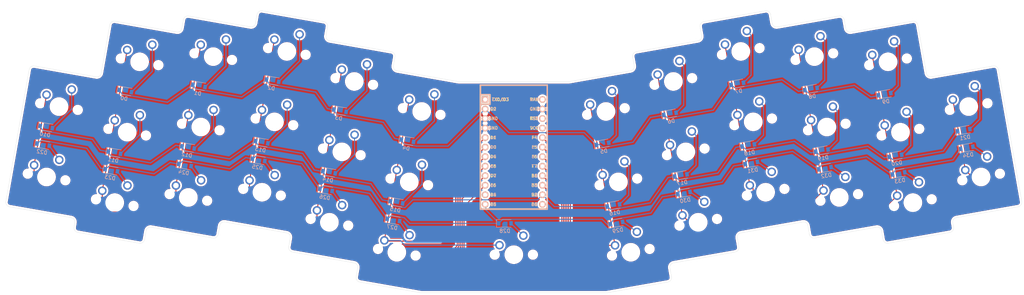
<source format=kicad_pcb>
(kicad_pcb (version 20171130) (host pcbnew "(5.1.4)-1")
  (layers (0 F.Cu signal) (31 B.Cu signal) (34 B.Paste user) (35 F.Paste user) (36 B.SilkS user) (37 F.SilkS user) (38 B.Mask user) (39 F.Mask user) (44 Edge.Cuts user))
  (net 0 "")
  (net 1 ROW0)
  (net 2 "Net-(D0-Pad2)")
  (net 3 "Net-(D1-Pad2)")
  (net 4 "Net-(D2-Pad2)")
  (net 5 "Net-(D3-Pad2)")
  (net 6 "Net-(D4-Pad2)")
  (net 7 "Net-(D5-Pad2)")
  (net 8 "Net-(D6-Pad2)")
  (net 9 "Net-(D7-Pad2)")
  (net 10 "Net-(D8-Pad2)")
  (net 11 "Net-(D9-Pad2)")
  (net 12 ROW1)
  (net 13 "Net-(D10-Pad2)")
  (net 14 "Net-(D11-Pad2)")
  (net 15 "Net-(D12-Pad2)")
  (net 16 "Net-(D13-Pad2)")
  (net 17 "Net-(D14-Pad2)")
  (net 18 "Net-(D15-Pad2)")
  (net 19 "Net-(D16-Pad2)")
  (net 20 "Net-(D17-Pad2)")
  (net 21 "Net-(D18-Pad2)")
  (net 22 "Net-(D19-Pad2)")
  (net 23 ROW2)
  (net 24 "Net-(D20-Pad2)")
  (net 25 "Net-(D21-Pad2)")
  (net 26 "Net-(D22-Pad2)")
  (net 27 "Net-(D23-Pad2)")
  (net 28 "Net-(D24-Pad2)")
  (net 29 "Net-(D25-Pad2)")
  (net 30 "Net-(D26-Pad2)")
  (net 31 "Net-(D27-Pad2)")
  (net 32 "Net-(D28-Pad2)")
  (net 33 "Net-(D29-Pad2)")
  (net 34 "Net-(D30-Pad2)")
  (net 35 COL0)
  (net 36 COL1)
  (net 37 COL2)
  (net 38 COL3)
  (net 39 COL4)
  (net 40 COL5)
  (net 41 COL6)
  (net 42 COL7)
  (net 43 COL8)
  (net 44 COL9)
  (net 45 GND)
  (net 46 "Net-(D31-Pad2)")
  (net 47 "Net-(D32-Pad2)")
  (net 48 "Net-(D33-Pad2)")
  (net 49 "Net-(D34-Pad2)")
  (net 50 COL10)
  (net 51 COL11)
  (net 52 "Net-(U0-Pad24)")
  (net 53 "Net-(U0-Pad21)")
  (net 54 "Net-(U0-Pad1)")
  (net 55 "Net-(U0-Pad22)")
  (net 56 "Net-(U0-Pad11)")
  (net 57 "Net-(U0-Pad13)")
  (module MX_Only:MXOnly-1U-NoLED (layer F.Cu) (at 271.944651 104.315608 10)
    (fp_text reference MX34)
    (fp_text value MX-NoLED)
    (pad 2 thru_hole circle (at 2.54 -5.08 10) (size 2.25 2.25) (drill 1.47) (layers *.Cu B.Mask) (net 49 "Net-(D34-Pad2)"))
    (pad "" np_thru_hole circle (at 0 0 10) (size 3.9878 3.9878) (drill 3.9878) (layers *.Cu *.Mask))
    (pad 1 thru_hole circle (at -3.81 -2.54 10) (size 2.25 2.25) (drill 1.47) (layers *.Cu B.Mask) (net 51 COL11))
    (pad "" np_thru_hole circle (at -5.08 0 58.0996) (size 1.75 1.75) (drill 1.75) (layers *.Cu *.Mask))
    (pad "" np_thru_hole circle (at 5.08 0 58.0996) (size 1.75 1.75) (drill 1.75) (layers *.Cu *.Mask))
  )
  (module MX_Only:MXOnly-1U-NoLED (layer F.Cu) (at 23.331589 104.315607 350)
    (fp_text reference MX22)
    (fp_text value MX-NoLED)
    (pad 2 thru_hole circle (at 2.54 -5.08 350) (size 2.25 2.25) (drill 1.47) (layers *.Cu B.Mask) (net 26 "Net-(D22-Pad2)"))
    (pad "" np_thru_hole circle (at 0 0 350) (size 3.9878 3.9878) (drill 3.9878) (layers *.Cu *.Mask))
    (pad 1 thru_hole circle (at -3.81 -2.54 350) (size 2.25 2.25) (drill 1.47) (layers *.Cu B.Mask) (net 35 COL0))
    (pad "" np_thru_hole circle (at -5.08 0 38.0996) (size 1.75 1.75) (drill 1.75) (layers *.Cu *.Mask))
    (pad "" np_thru_hole circle (at 5.08 0 38.0996) (size 1.75 1.75) (drill 1.75) (layers *.Cu *.Mask))
  )
  (module MX_Only:MXOnly-1U-NoLED (layer F.Cu) (at 268.63664 85.55494 10)
    (fp_text reference MX21)
    (fp_text value MX-NoLED)
    (pad 2 thru_hole circle (at 2.54 -5.08 10) (size 2.25 2.25) (drill 1.47) (layers *.Cu B.Mask) (net 25 "Net-(D21-Pad2)"))
    (pad "" np_thru_hole circle (at 0 0 10) (size 3.9878 3.9878) (drill 3.9878) (layers *.Cu *.Mask))
    (pad 1 thru_hole circle (at -3.81 -2.54 10) (size 2.25 2.25) (drill 1.47) (layers *.Cu B.Mask) (net 51 COL11))
    (pad "" np_thru_hole circle (at -5.08 0 58.0996) (size 1.75 1.75) (drill 1.75) (layers *.Cu *.Mask))
    (pad "" np_thru_hole circle (at 5.08 0 58.0996) (size 1.75 1.75) (drill 1.75) (layers *.Cu *.Mask))
  )
  (module MX_Only:MXOnly-1U-NoLED (layer F.Cu) (at 26.6396 85.55494 350)
    (fp_text reference MX10)
    (fp_text value MX-NoLED)
    (pad 2 thru_hole circle (at 2.54 -5.08 350) (size 2.25 2.25) (drill 1.47) (layers *.Cu B.Mask) (net 13 "Net-(D10-Pad2)"))
    (pad "" np_thru_hole circle (at 0 0 350) (size 3.9878 3.9878) (drill 3.9878) (layers *.Cu *.Mask))
    (pad 1 thru_hole circle (at -3.81 -2.54 350) (size 2.25 2.25) (drill 1.47) (layers *.Cu B.Mask) (net 35 COL0))
    (pad "" np_thru_hole circle (at -5.08 0 38.0996) (size 1.75 1.75) (drill 1.75) (layers *.Cu *.Mask))
    (pad "" np_thru_hole circle (at 5.08 0 38.0996) (size 1.75 1.75) (drill 1.75) (layers *.Cu *.Mask))
  )
  (module random-keyboard-parts:D_SOD-123-Pretty (layer B.Cu) (at 268.152314 96.521317 10)
    (fp_text reference D34 (at 0 2 10) (layer B.SilkS) (effects (justify mirror)))
    (fp_text value D_Small)
    (pad 1 smd rect (at -1.65 0 10) (size 0.9 1.2) (layers B.Cu B.Paste B.Mask) (net 23 ROW2))
    (pad 2 smd rect (at 1.65 0 10) (size 0.9 1.2) (layers B.Cu B.Paste B.Mask) (net 49 "Net-(D34-Pad2)"))
  )
  (module random-keyboard-parts:D_SOD-123-Pretty (layer B.Cu) (at 250.011898 103.346953 10)
    (fp_text reference D33 (at 0 2 -170) (layer B.SilkS) (effects (justify mirror)))
    (fp_text value D_Small)
    (pad 1 smd rect (at -1.65 0 10) (size 0.9 1.2) (layers B.Cu B.Paste B.Mask) (net 23 ROW2))
    (pad 2 smd rect (at 1.65 0 10) (size 0.9 1.2) (layers B.Cu B.Paste B.Mask) (net 48 "Net-(D33-Pad2)"))
  )
  (module random-keyboard-parts:D_SOD-123-Pretty (layer B.Cu) (at 230.424229 101.964798 10)
    (fp_text reference D32 (at 0 2 -170) (layer B.SilkS) (effects (justify mirror)))
    (fp_text value D_Small)
    (pad 1 smd rect (at -1.65 0 10) (size 0.9 1.2) (layers B.Cu B.Paste B.Mask) (net 23 ROW2))
    (pad 2 smd rect (at 1.65 0 10) (size 0.9 1.2) (layers B.Cu B.Paste B.Mask) (net 47 "Net-(D32-Pad2)"))
  )
  (module random-keyboard-parts:D_SOD-123-Pretty (layer B.Cu) (at 210.83656 100.582643 10)
    (fp_text reference D31 (at 0 2 -170) (layer B.SilkS) (effects (justify mirror)))
    (fp_text value D_Small)
    (pad 1 smd rect (at -1.65 0 10) (size 0.9 1.2) (layers B.Cu B.Paste B.Mask) (net 23 ROW2))
    (pad 2 smd rect (at 1.65 0 10) (size 0.9 1.2) (layers B.Cu B.Paste B.Mask) (net 46 "Net-(D31-Pad2)"))
  )
  (module random-keyboard-parts:D_SOD-123-Pretty (layer B.Cu) (at 192.902896 108.580823 10)
    (fp_text reference D30 (at 0 2 -170) (layer B.SilkS) (effects (justify mirror)))
    (fp_text value D_Small)
    (pad 1 smd rect (at -1.65 0 10) (size 0.9 1.2) (layers B.Cu B.Paste B.Mask) (net 23 ROW2))
    (pad 2 smd rect (at 1.65 0 10) (size 0.9 1.2) (layers B.Cu B.Paste B.Mask) (net 34 "Net-(D30-Pad2)"))
  )
  (module random-keyboard-parts:D_SOD-123-Pretty (layer B.Cu) (at 174.969233 116.579 10)
    (fp_text reference D29 (at 0 2 -170) (layer B.SilkS) (effects (justify mirror)))
    (fp_text value D_Small)
    (pad 1 smd rect (at -1.65 0 10) (size 0.9 1.2) (layers B.Cu B.Paste B.Mask) (net 23 ROW2))
    (pad 2 smd rect (at 1.65 0 10) (size 0.9 1.2) (layers B.Cu B.Paste B.Mask) (net 33 "Net-(D29-Pad2)"))
  )
  (module random-keyboard-parts:D_SOD-123-Pretty (layer B.Cu) (at 145.25686 116.68174)
    (fp_text reference D28 (at 0 2 -180) (layer B.SilkS) (effects (justify mirror)))
    (fp_text value D_Small)
    (pad 1 smd rect (at -1.65 0) (size 0.9 1.2) (layers B.Cu B.Paste B.Mask) (net 23 ROW2))
    (pad 2 smd rect (at 1.65 0) (size 0.9 1.2) (layers B.Cu B.Paste B.Mask) (net 32 "Net-(D28-Pad2)"))
  )
  (module random-keyboard-parts:D_SOD-123-Pretty (layer B.Cu) (at 115.616841 115.751997 350)
    (fp_text reference D27 (at 0 2 350) (layer B.SilkS) (effects (justify mirror)))
    (fp_text value D_Small)
    (pad 1 smd rect (at -1.65 0 350) (size 0.9 1.2) (layers B.Cu B.Paste B.Mask) (net 23 ROW2))
    (pad 2 smd rect (at 1.65 0 350) (size 0.9 1.2) (layers B.Cu B.Paste B.Mask) (net 31 "Net-(D27-Pad2)"))
  )
  (module random-keyboard-parts:D_SOD-123-Pretty (layer B.Cu) (at 97.683177 107.753818 350)
    (fp_text reference D26 (at 0 2 350) (layer B.SilkS) (effects (justify mirror)))
    (fp_text value D_Small)
    (pad 1 smd rect (at -1.65 0 350) (size 0.9 1.2) (layers B.Cu B.Paste B.Mask) (net 23 ROW2))
    (pad 2 smd rect (at 1.65 0 350) (size 0.9 1.2) (layers B.Cu B.Paste B.Mask) (net 30 "Net-(D26-Pad2)"))
  )
  (module random-keyboard-parts:D_SOD-123-Pretty (layer B.Cu) (at 79.749514 99.75564 350)
    (fp_text reference D25 (at 0 2 350) (layer B.SilkS) (effects (justify mirror)))
    (fp_text value D_Small)
    (pad 1 smd rect (at -1.65 0 350) (size 0.9 1.2) (layers B.Cu B.Paste B.Mask) (net 23 ROW2))
    (pad 2 smd rect (at 1.65 0 350) (size 0.9 1.2) (layers B.Cu B.Paste B.Mask) (net 29 "Net-(D25-Pad2)"))
  )
  (module random-keyboard-parts:D_SOD-123-Pretty (layer B.Cu) (at 60.161844 101.137795 350)
    (fp_text reference D24 (at 0 2 350) (layer B.SilkS) (effects (justify mirror)))
    (fp_text value D_Small)
    (pad 1 smd rect (at -1.65 0 350) (size 0.9 1.2) (layers B.Cu B.Paste B.Mask) (net 23 ROW2))
    (pad 2 smd rect (at 1.65 0 350) (size 0.9 1.2) (layers B.Cu B.Paste B.Mask) (net 28 "Net-(D24-Pad2)"))
  )
  (module random-keyboard-parts:D_SOD-123-Pretty (layer B.Cu) (at 40.574175 102.51995 350)
    (fp_text reference D23 (at 0 2 350) (layer B.SilkS) (effects (justify mirror)))
    (fp_text value D_Small)
    (pad 1 smd rect (at -1.65 0 350) (size 0.9 1.2) (layers B.Cu B.Paste B.Mask) (net 23 ROW2))
    (pad 2 smd rect (at 1.65 0 350) (size 0.9 1.2) (layers B.Cu B.Paste B.Mask) (net 27 "Net-(D23-Pad2)"))
  )
  (module random-keyboard-parts:D_SOD-123-Pretty (layer B.Cu) (at 22.433761 95.694314 350)
    (fp_text reference D22 (at 0 2 170) (layer B.SilkS) (effects (justify mirror)))
    (fp_text value D_Small)
    (pad 1 smd rect (at -1.65 0 350) (size 0.9 1.2) (layers B.Cu B.Paste B.Mask) (net 23 ROW2))
    (pad 2 smd rect (at 1.65 0 350) (size 0.9 1.2) (layers B.Cu B.Paste B.Mask) (net 26 "Net-(D22-Pad2)"))
  )
  (module random-keyboard-parts:D_SOD-123-Pretty (layer B.Cu) (at 267.32531 91.83115 10)
    (fp_text reference D21 (at 0 2 10) (layer B.SilkS) (effects (justify mirror)))
    (fp_text value D_Small)
    (pad 1 smd rect (at -1.65 0 10) (size 0.9 1.2) (layers B.Cu B.Paste B.Mask) (net 12 ROW1))
    (pad 2 smd rect (at 1.65 0 10) (size 0.9 1.2) (layers B.Cu B.Paste B.Mask) (net 25 "Net-(D21-Pad2)"))
  )
  (module random-keyboard-parts:D_SOD-123-Pretty (layer B.Cu) (at 249.184896 98.656787 10)
    (fp_text reference D20 (at 0 2 -170) (layer B.SilkS) (effects (justify mirror)))
    (fp_text value D_Small)
    (pad 1 smd rect (at -1.65 0 10) (size 0.9 1.2) (layers B.Cu B.Paste B.Mask) (net 12 ROW1))
    (pad 2 smd rect (at 1.65 0 10) (size 0.9 1.2) (layers B.Cu B.Paste B.Mask) (net 24 "Net-(D20-Pad2)"))
  )
  (module random-keyboard-parts:D_SOD-123-Pretty (layer B.Cu) (at 229.597226 97.274633 10)
    (fp_text reference D19 (at 0 2 -170) (layer B.SilkS) (effects (justify mirror)))
    (fp_text value D_Small)
    (pad 1 smd rect (at -1.65 0 10) (size 0.9 1.2) (layers B.Cu B.Paste B.Mask) (net 12 ROW1))
    (pad 2 smd rect (at 1.65 0 10) (size 0.9 1.2) (layers B.Cu B.Paste B.Mask) (net 22 "Net-(D19-Pad2)"))
  )
  (module random-keyboard-parts:D_SOD-123-Pretty (layer B.Cu) (at 210.009558 95.892477 10)
    (fp_text reference D18 (at 0 2 -170) (layer B.SilkS) (effects (justify mirror)))
    (fp_text value D_Small)
    (pad 1 smd rect (at -1.65 0 10) (size 0.9 1.2) (layers B.Cu B.Paste B.Mask) (net 12 ROW1))
    (pad 2 smd rect (at 1.65 0 10) (size 0.9 1.2) (layers B.Cu B.Paste B.Mask) (net 21 "Net-(D18-Pad2)"))
  )
  (module random-keyboard-parts:D_SOD-123-Pretty (layer B.Cu) (at 192.075893 103.890655 10)
    (fp_text reference D17 (at 0 2 -170) (layer B.SilkS) (effects (justify mirror)))
    (fp_text value D_Small)
    (pad 1 smd rect (at -1.65 0 10) (size 0.9 1.2) (layers B.Cu B.Paste B.Mask) (net 12 ROW1))
    (pad 2 smd rect (at 1.65 0 10) (size 0.9 1.2) (layers B.Cu B.Paste B.Mask) (net 20 "Net-(D17-Pad2)"))
  )
  (module random-keyboard-parts:D_SOD-123-Pretty (layer B.Cu) (at 174.14223 111.888833 10)
    (fp_text reference D16 (at 0 2 -170) (layer B.SilkS) (effects (justify mirror)))
    (fp_text value D_Small)
    (pad 1 smd rect (at -1.65 0 10) (size 0.9 1.2) (layers B.Cu B.Paste B.Mask) (net 12 ROW1))
    (pad 2 smd rect (at 1.65 0 10) (size 0.9 1.2) (layers B.Cu B.Paste B.Mask) (net 19 "Net-(D16-Pad2)"))
  )
  (module random-keyboard-parts:D_SOD-123-Pretty (layer B.Cu) (at 116.443844 111.06183 350)
    (fp_text reference D15 (at 0 2 350) (layer B.SilkS) (effects (justify mirror)))
    (fp_text value D_Small)
    (pad 1 smd rect (at -1.65 0 350) (size 0.9 1.2) (layers B.Cu B.Paste B.Mask) (net 12 ROW1))
    (pad 2 smd rect (at 1.65 0 350) (size 0.9 1.2) (layers B.Cu B.Paste B.Mask) (net 18 "Net-(D15-Pad2)"))
  )
  (module random-keyboard-parts:D_SOD-123-Pretty (layer B.Cu) (at 98.51018 103.063652 350)
    (fp_text reference D14 (at 0 2 350) (layer B.SilkS) (effects (justify mirror)))
    (fp_text value D_Small)
    (pad 1 smd rect (at -1.65 0 350) (size 0.9 1.2) (layers B.Cu B.Paste B.Mask) (net 12 ROW1))
    (pad 2 smd rect (at 1.65 0 350) (size 0.9 1.2) (layers B.Cu B.Paste B.Mask) (net 17 "Net-(D14-Pad2)"))
  )
  (module random-keyboard-parts:D_SOD-123-Pretty (layer B.Cu) (at 80.576517 95.065474 350)
    (fp_text reference D13 (at 0 2 350) (layer B.SilkS) (effects (justify mirror)))
    (fp_text value D_Small)
    (pad 1 smd rect (at -1.65 0 350) (size 0.9 1.2) (layers B.Cu B.Paste B.Mask) (net 12 ROW1))
    (pad 2 smd rect (at 1.65 0 350) (size 0.9 1.2) (layers B.Cu B.Paste B.Mask) (net 16 "Net-(D13-Pad2)"))
  )
  (module random-keyboard-parts:D_SOD-123-Pretty (layer B.Cu) (at 60.988847 96.447629 350)
    (fp_text reference D12 (at 0 2 350) (layer B.SilkS) (effects (justify mirror)))
    (fp_text value D_Small)
    (pad 1 smd rect (at -1.65 0 350) (size 0.9 1.2) (layers B.Cu B.Paste B.Mask) (net 12 ROW1))
    (pad 2 smd rect (at 1.65 0 350) (size 0.9 1.2) (layers B.Cu B.Paste B.Mask) (net 15 "Net-(D12-Pad2)"))
  )
  (module random-keyboard-parts:D_SOD-123-Pretty (layer B.Cu) (at 41.401178 97.829784 350)
    (fp_text reference D11 (at 0 2 350) (layer B.SilkS) (effects (justify mirror)))
    (fp_text value D_Small)
    (pad 1 smd rect (at -1.65 0 350) (size 0.9 1.2) (layers B.Cu B.Paste B.Mask) (net 12 ROW1))
    (pad 2 smd rect (at 1.65 0 350) (size 0.9 1.2) (layers B.Cu B.Paste B.Mask) (net 14 "Net-(D11-Pad2)"))
  )
  (module random-keyboard-parts:D_SOD-123-Pretty (layer B.Cu) (at 23.260764 91.004147 350)
    (fp_text reference D10 (at 0 2 170) (layer B.SilkS) (effects (justify mirror)))
    (fp_text value D_Small)
    (pad 1 smd rect (at -1.65 0 350) (size 0.9 1.2) (layers B.Cu B.Paste B.Mask) (net 12 ROW1))
    (pad 2 smd rect (at 1.65 0 350) (size 0.9 1.2) (layers B.Cu B.Paste B.Mask) (net 13 "Net-(D10-Pad2)"))
  )
  (module random-keyboard-parts:D_SOD-123-Pretty (layer B.Cu) (at 246.290385 82.241203 10)
    (fp_text reference D9 (at 0 2 -170) (layer B.SilkS) (effects (justify mirror)))
    (fp_text value D_Small)
    (pad 1 smd rect (at -1.65 0 10) (size 0.9 1.2) (layers B.Cu B.Paste B.Mask) (net 1 ROW0))
    (pad 2 smd rect (at 1.65 0 10) (size 0.9 1.2) (layers B.Cu B.Paste B.Mask) (net 11 "Net-(D9-Pad2)"))
  )
  (module random-keyboard-parts:D_SOD-123-Pretty (layer B.Cu) (at 226.702716 80.859048 10)
    (fp_text reference D8 (at 0 2 -170) (layer B.SilkS) (effects (justify mirror)))
    (fp_text value D_Small)
    (pad 1 smd rect (at -1.65 0 10) (size 0.9 1.2) (layers B.Cu B.Paste B.Mask) (net 1 ROW0))
    (pad 2 smd rect (at 1.65 0 10) (size 0.9 1.2) (layers B.Cu B.Paste B.Mask) (net 10 "Net-(D8-Pad2)"))
  )
  (module random-keyboard-parts:D_SOD-123-Pretty (layer B.Cu) (at 207.115047 79.476894 10)
    (fp_text reference D7 (at 0 2 -170) (layer B.SilkS) (effects (justify mirror)))
    (fp_text value D_Small)
    (pad 1 smd rect (at -1.65 0 10) (size 0.9 1.2) (layers B.Cu B.Paste B.Mask) (net 1 ROW0))
    (pad 2 smd rect (at 1.65 0 10) (size 0.9 1.2) (layers B.Cu B.Paste B.Mask) (net 9 "Net-(D7-Pad2)"))
  )
  (module random-keyboard-parts:D_SOD-123-Pretty (layer B.Cu) (at 189.181383 87.475072 10)
    (fp_text reference D6 (at 0 2 -170) (layer B.SilkS) (effects (justify mirror)))
    (fp_text value D_Small)
    (pad 1 smd rect (at -1.65 0 10) (size 0.9 1.2) (layers B.Cu B.Paste B.Mask) (net 1 ROW0))
    (pad 2 smd rect (at 1.65 0 10) (size 0.9 1.2) (layers B.Cu B.Paste B.Mask) (net 8 "Net-(D6-Pad2)"))
  )
  (module random-keyboard-parts:D_SOD-123-Pretty (layer B.Cu) (at 171.247719 95.47325 10)
    (fp_text reference D5 (at 0 2 -170) (layer B.SilkS) (effects (justify mirror)))
    (fp_text value D_Small)
    (pad 1 smd rect (at -1.65 0 10) (size 0.9 1.2) (layers B.Cu B.Paste B.Mask) (net 1 ROW0))
    (pad 2 smd rect (at 1.65 0 10) (size 0.9 1.2) (layers B.Cu B.Paste B.Mask) (net 7 "Net-(D5-Pad2)"))
  )
  (module random-keyboard-parts:D_SOD-123-Pretty (layer B.Cu) (at 119.338354 94.646247 350)
    (fp_text reference D4 (at 0 2 350) (layer B.SilkS) (effects (justify mirror)))
    (fp_text value D_Small)
    (pad 1 smd rect (at -1.65 0 350) (size 0.9 1.2) (layers B.Cu B.Paste B.Mask) (net 1 ROW0))
    (pad 2 smd rect (at 1.65 0 350) (size 0.9 1.2) (layers B.Cu B.Paste B.Mask) (net 6 "Net-(D4-Pad2)"))
  )
  (module random-keyboard-parts:D_SOD-123-Pretty (layer B.Cu) (at 101.40469 86.648069 350)
    (fp_text reference D3 (at 0 2 350) (layer B.SilkS) (effects (justify mirror)))
    (fp_text value D_Small)
    (pad 1 smd rect (at -1.65 0 350) (size 0.9 1.2) (layers B.Cu B.Paste B.Mask) (net 1 ROW0))
    (pad 2 smd rect (at 1.65 0 350) (size 0.9 1.2) (layers B.Cu B.Paste B.Mask) (net 5 "Net-(D3-Pad2)"))
  )
  (module random-keyboard-parts:D_SOD-123-Pretty (layer B.Cu) (at 83.471027 78.649891 350)
    (fp_text reference D2 (at 0 2 350) (layer B.SilkS) (effects (justify mirror)))
    (fp_text value D_Small)
    (pad 1 smd rect (at -1.65 0 350) (size 0.9 1.2) (layers B.Cu B.Paste B.Mask) (net 1 ROW0))
    (pad 2 smd rect (at 1.65 0 350) (size 0.9 1.2) (layers B.Cu B.Paste B.Mask) (net 4 "Net-(D2-Pad2)"))
  )
  (module random-keyboard-parts:D_SOD-123-Pretty (layer B.Cu) (at 63.883357 80.032046 350)
    (fp_text reference D1 (at 0 2 350) (layer B.SilkS) (effects (justify mirror)))
    (fp_text value D_Small)
    (pad 1 smd rect (at -1.65 0 350) (size 0.9 1.2) (layers B.Cu B.Paste B.Mask) (net 1 ROW0))
    (pad 2 smd rect (at 1.65 0 350) (size 0.9 1.2) (layers B.Cu B.Paste B.Mask) (net 3 "Net-(D1-Pad2)"))
  )
  (module random-keyboard-parts:D_SOD-123-Pretty (layer B.Cu) (at 44.295688 81.414201 350)
    (fp_text reference D0 (at 0 2 350) (layer B.SilkS) (effects (justify mirror)))
    (fp_text value D_Small)
    (pad 1 smd rect (at -1.65 0 350) (size 0.9 1.2) (layers B.Cu B.Paste B.Mask) (net 1 ROW0))
    (pad 2 smd rect (at 1.65 0 350) (size 0.9 1.2) (layers B.Cu B.Paste B.Mask) (net 2 "Net-(D0-Pad2)"))
  )
  (module Keebio-Parts:ArduinoProMicro (layer F.Cu) (at 147.63812 97.63166 270)
    (fp_text reference U0 hide)
    (fp_text value ProMicro hide)
    (fp_text user ST (at -8.91 -5.04) (layer B.SilkS) (effects (font (size 0.8 0.8)) (justify mirror)))
    (fp_text user TX0/D3 (at -13.97 3.571872) (layer F.SilkS) (effects (font (size 0.8 0.8))))
    (fp_text user TX0/D3 (at -13.97 3.571872) (layer B.SilkS) (effects (font (size 0.8 0.8)) (justify mirror)))
    (fp_text user D2 (at -11.43 5.461) (layer F.SilkS) (effects (font (size 0.8 0.8))))
    (fp_text user D0 (at -1.27 5.461) (layer F.SilkS) (effects (font (size 0.8 0.8))))
    (fp_text user D1 (at -3.81 5.461) (layer F.SilkS) (effects (font (size 0.8 0.8))))
    (fp_text user GND (at -6.35 5.461) (layer F.SilkS) (effects (font (size 0.8 0.8))))
    (fp_text user GND (at -8.89 5.461) (layer F.SilkS) (effects (font (size 0.8 0.8))))
    (fp_text user D4 (at 1.27 5.461) (layer F.SilkS) (effects (font (size 0.8 0.8))))
    (fp_text user C6 (at 3.81 5.461) (layer F.SilkS) (effects (font (size 0.8 0.8))))
    (fp_text user D7 (at 6.35 5.461) (layer F.SilkS) (effects (font (size 0.8 0.8))))
    (fp_text user E6 (at 8.89 5.461) (layer F.SilkS) (effects (font (size 0.8 0.8))))
    (fp_text user B4 (at 11.43 5.461) (layer F.SilkS) (effects (font (size 0.8 0.8))))
    (fp_text user B5 (at 13.97 5.461) (layer F.SilkS) (effects (font (size 0.8 0.8))))
    (fp_text user B6 (at 13.97 -5.461) (layer F.SilkS) (effects (font (size 0.8 0.8))))
    (fp_text user B2 (at 11.43 -5.461) (layer B.SilkS) (effects (font (size 0.8 0.8)) (justify mirror)))
    (fp_text user B3 (at 8.89 -5.461) (layer F.SilkS) (effects (font (size 0.8 0.8))))
    (fp_text user B1 (at 6.35 -5.461) (layer F.SilkS) (effects (font (size 0.8 0.8))))
    (fp_text user F7 (at 3.81 -5.461) (layer B.SilkS) (effects (font (size 0.8 0.8)) (justify mirror)))
    (fp_text user F6 (at 1.27 -5.461) (layer B.SilkS) (effects (font (size 0.8 0.8)) (justify mirror)))
    (fp_text user F5 (at -1.27 -5.461) (layer B.SilkS) (effects (font (size 0.8 0.8)) (justify mirror)))
    (fp_text user F4 (at -3.81 -5.461) (layer F.SilkS) (effects (font (size 0.8 0.8))))
    (fp_text user VCC (at -6.35 -5.461) (layer F.SilkS) (effects (font (size 0.8 0.8))))
    (fp_text user ST (at -8.92 -5.73312) (layer F.SilkS) (effects (font (size 0.8 0.8))))
    (fp_text user GND (at -11.43 -5.461) (layer F.SilkS) (effects (font (size 0.8 0.8))))
    (fp_text user RAW (at -13.97 -5.461) (layer F.SilkS) (effects (font (size 0.8 0.8))))
    (fp_text user RAW (at -13.97 -5.461) (layer B.SilkS) (effects (font (size 0.8 0.8)) (justify mirror)))
    (fp_text user GND (at -11.43 -5.461) (layer B.SilkS) (effects (font (size 0.8 0.8)) (justify mirror)))
    (fp_text user VCC (at -6.35 -5.461) (layer B.SilkS) (effects (font (size 0.8 0.8)) (justify mirror)))
    (fp_text user F4 (at -3.81 -5.461) (layer B.SilkS) (effects (font (size 0.8 0.8)) (justify mirror)))
    (fp_text user F5 (at -1.27 -5.461) (layer F.SilkS) (effects (font (size 0.8 0.8))))
    (fp_text user F6 (at 1.27 -5.461) (layer F.SilkS) (effects (font (size 0.8 0.8))))
    (fp_text user F7 (at 3.81 -5.461) (layer F.SilkS) (effects (font (size 0.8 0.8))))
    (fp_text user B1 (at 6.35 -5.461) (layer B.SilkS) (effects (font (size 0.8 0.8)) (justify mirror)))
    (fp_text user B3 (at 8.89 -5.461) (layer B.SilkS) (effects (font (size 0.8 0.8)) (justify mirror)))
    (fp_text user B2 (at 11.43 -5.461) (layer F.SilkS) (effects (font (size 0.8 0.8))))
    (fp_text user B6 (at 13.97 -5.461) (layer B.SilkS) (effects (font (size 0.8 0.8)) (justify mirror)))
    (fp_text user B5 (at 13.97 5.461) (layer B.SilkS) (effects (font (size 0.8 0.8)) (justify mirror)))
    (fp_text user B4 (at 11.43 5.461) (layer B.SilkS) (effects (font (size 0.8 0.8)) (justify mirror)))
    (fp_text user E6 (at 8.89 5.461) (layer B.SilkS) (effects (font (size 0.8 0.8)) (justify mirror)))
    (fp_text user D7 (at 6.35 5.461) (layer B.SilkS) (effects (font (size 0.8 0.8)) (justify mirror)))
    (fp_text user C6 (at 3.81 5.461) (layer B.SilkS) (effects (font (size 0.8 0.8)) (justify mirror)))
    (fp_text user D4 (at 1.27 5.461) (layer B.SilkS) (effects (font (size 0.8 0.8)) (justify mirror)))
    (fp_text user GND (at -8.89 5.461) (layer B.SilkS) (effects (font (size 0.8 0.8)) (justify mirror)))
    (fp_text user GND (at -6.35 5.461) (layer B.SilkS) (effects (font (size 0.8 0.8)) (justify mirror)))
    (fp_text user D1 (at -3.81 5.461) (layer B.SilkS) (effects (font (size 0.8 0.8)) (justify mirror)))
    (fp_text user D0 (at -1.27 5.461) (layer B.SilkS) (effects (font (size 0.8 0.8)) (justify mirror)))
    (fp_text user D2 (at -11.43 5.461) (layer B.SilkS) (effects (font (size 0.8 0.8)) (justify mirror)))
    (pad 24 thru_hole circle (at -13.97 -7.62 270) (size 1.7526 1.7526) (drill 1.0922) (layers *.Cu *.SilkS *.Mask) (net 52 "Net-(U0-Pad24)"))
    (pad 12 thru_hole circle (at 13.97 7.62 270) (size 1.7526 1.7526) (drill 1.0922) (layers *.Cu *.SilkS *.Mask) (net 23 ROW2))
    (pad 23 thru_hole circle (at -11.43 -7.62 270) (size 1.7526 1.7526) (drill 1.0922) (layers *.Cu *.SilkS *.Mask) (net 45 GND))
    (pad 22 thru_hole circle (at -8.89 -7.62 270) (size 1.7526 1.7526) (drill 1.0922) (layers *.Cu *.SilkS *.Mask) (net 55 "Net-(U0-Pad22)"))
    (pad 21 thru_hole circle (at -6.35 -7.62 270) (size 1.7526 1.7526) (drill 1.0922) (layers *.Cu *.SilkS *.Mask) (net 53 "Net-(U0-Pad21)"))
    (pad 20 thru_hole circle (at -3.81 -7.62 270) (size 1.7526 1.7526) (drill 1.0922) (layers *.Cu *.SilkS *.Mask) (net 41 COL6))
    (pad 19 thru_hole circle (at -1.27 -7.62 270) (size 1.7526 1.7526) (drill 1.0922) (layers *.Cu *.SilkS *.Mask) (net 42 COL7))
    (pad 18 thru_hole circle (at 1.27 -7.62 270) (size 1.7526 1.7526) (drill 1.0922) (layers *.Cu *.SilkS *.Mask) (net 43 COL8))
    (pad 17 thru_hole circle (at 3.81 -7.62 270) (size 1.7526 1.7526) (drill 1.0922) (layers *.Cu *.SilkS *.Mask) (net 44 COL9))
    (pad 16 thru_hole circle (at 6.35 -7.62 270) (size 1.7526 1.7526) (drill 1.0922) (layers *.Cu *.SilkS *.Mask) (net 50 COL10))
    (pad 15 thru_hole circle (at 8.89 -7.62 270) (size 1.7526 1.7526) (drill 1.0922) (layers *.Cu *.SilkS *.Mask) (net 51 COL11))
    (pad 14 thru_hole circle (at 11.43 -7.62 270) (size 1.7526 1.7526) (drill 1.0922) (layers *.Cu *.SilkS *.Mask) (net 12 ROW1))
    (pad 13 thru_hole circle (at 13.97 -7.62 270) (size 1.7526 1.7526) (drill 1.0922) (layers *.Cu *.SilkS *.Mask) (net 57 "Net-(U0-Pad13)"))
    (pad 11 thru_hole circle (at 11.43 7.62 270) (size 1.7526 1.7526) (drill 1.0922) (layers *.Cu *.SilkS *.Mask) (net 56 "Net-(U0-Pad11)"))
    (pad 10 thru_hole circle (at 8.89 7.62 270) (size 1.7526 1.7526) (drill 1.0922) (layers *.Cu *.SilkS *.Mask) (net 35 COL0))
    (pad 9 thru_hole circle (at 6.35 7.62 270) (size 1.7526 1.7526) (drill 1.0922) (layers *.Cu *.SilkS *.Mask) (net 36 COL1))
    (pad 8 thru_hole circle (at 3.81 7.62 270) (size 1.7526 1.7526) (drill 1.0922) (layers *.Cu *.SilkS *.Mask) (net 37 COL2))
    (pad 7 thru_hole circle (at 1.27 7.62 270) (size 1.7526 1.7526) (drill 1.0922) (layers *.Cu *.SilkS *.Mask) (net 38 COL3))
    (pad 6 thru_hole circle (at -1.27 7.62 270) (size 1.7526 1.7526) (drill 1.0922) (layers *.Cu *.SilkS *.Mask) (net 39 COL4))
    (pad 5 thru_hole circle (at -3.81 7.62 270) (size 1.7526 1.7526) (drill 1.0922) (layers *.Cu *.SilkS *.Mask) (net 40 COL5))
    (pad 4 thru_hole circle (at -6.35 7.62 270) (size 1.7526 1.7526) (drill 1.0922) (layers *.Cu *.SilkS *.Mask) (net 45 GND))
    (pad 3 thru_hole circle (at -8.89 7.62 270) (size 1.7526 1.7526) (drill 1.0922) (layers *.Cu *.SilkS *.Mask) (net 45 GND))
    (pad 2 thru_hole circle (at -11.43 7.62 270) (size 1.7526 1.7526) (drill 1.0922) (layers *.Cu *.SilkS *.Mask) (net 1 ROW0))
    (pad 1 thru_hole rect (at -13.97 7.62 270) (size 1.7526 1.7526) (drill 1.0922) (layers *.Cu *.SilkS *.Mask) (net 54 "Net-(U0-Pad1)"))
  )
  (module MX_Only:MXOnly-1U-NoLED (layer F.Cu) (at 253.804238 111.141243 10)
    (fp_text reference MX33)
    (fp_text value MX-NoLED)
    (pad 2 thru_hole circle (at 2.54 -5.08 10) (size 2.25 2.25) (drill 1.47) (layers *.Cu B.Mask) (net 48 "Net-(D33-Pad2)"))
    (pad "" np_thru_hole circle (at 0 0 10) (size 3.9878 3.9878) (drill 3.9878) (layers *.Cu *.Mask))
    (pad 1 thru_hole circle (at -3.81 -2.54 10) (size 2.25 2.25) (drill 1.47) (layers *.Cu B.Mask) (net 50 COL10))
    (pad "" np_thru_hole circle (at -5.08 0 58.0996) (size 1.75 1.75) (drill 1.75) (layers *.Cu *.Mask))
    (pad "" np_thru_hole circle (at 5.08 0 58.0996) (size 1.75 1.75) (drill 1.75) (layers *.Cu *.Mask))
  )
  (module MX_Only:MXOnly-1U-NoLED (layer F.Cu) (at 234.216567 109.759088 10)
    (fp_text reference MX32)
    (fp_text value MX-NoLED)
    (pad 2 thru_hole circle (at 2.54 -5.08 10) (size 2.25 2.25) (drill 1.47) (layers *.Cu B.Mask) (net 47 "Net-(D32-Pad2)"))
    (pad "" np_thru_hole circle (at 0 0 10) (size 3.9878 3.9878) (drill 3.9878) (layers *.Cu *.Mask))
    (pad 1 thru_hole circle (at -3.81 -2.54 10) (size 2.25 2.25) (drill 1.47) (layers *.Cu B.Mask) (net 44 COL9))
    (pad "" np_thru_hole circle (at -5.08 0 58.0996) (size 1.75 1.75) (drill 1.75) (layers *.Cu *.Mask))
    (pad "" np_thru_hole circle (at 5.08 0 58.0996) (size 1.75 1.75) (drill 1.75) (layers *.Cu *.Mask))
  )
  (module MX_Only:MXOnly-1U-NoLED (layer F.Cu) (at 214.628898 108.376933 10)
    (fp_text reference MX31)
    (fp_text value MX-NoLED)
    (pad 2 thru_hole circle (at 2.54 -5.08 10) (size 2.25 2.25) (drill 1.47) (layers *.Cu B.Mask) (net 46 "Net-(D31-Pad2)"))
    (pad "" np_thru_hole circle (at 0 0 10) (size 3.9878 3.9878) (drill 3.9878) (layers *.Cu *.Mask))
    (pad 1 thru_hole circle (at -3.81 -2.54 10) (size 2.25 2.25) (drill 1.47) (layers *.Cu B.Mask) (net 43 COL8))
    (pad "" np_thru_hole circle (at -5.08 0 58.0996) (size 1.75 1.75) (drill 1.75) (layers *.Cu *.Mask))
    (pad "" np_thru_hole circle (at 5.08 0 58.0996) (size 1.75 1.75) (drill 1.75) (layers *.Cu *.Mask))
  )
  (module MX_Only:MXOnly-1U-NoLED (layer F.Cu) (at 196.695235 116.375113 10)
    (fp_text reference MX30)
    (fp_text value MX-NoLED)
    (pad 2 thru_hole circle (at 2.54 -5.08 10) (size 2.25 2.25) (drill 1.47) (layers *.Cu B.Mask) (net 34 "Net-(D30-Pad2)"))
    (pad "" np_thru_hole circle (at 0 0 10) (size 3.9878 3.9878) (drill 3.9878) (layers *.Cu *.Mask))
    (pad 1 thru_hole circle (at -3.81 -2.54 10) (size 2.25 2.25) (drill 1.47) (layers *.Cu B.Mask) (net 42 COL7))
    (pad "" np_thru_hole circle (at -5.08 0 58.0996) (size 1.75 1.75) (drill 1.75) (layers *.Cu *.Mask))
    (pad "" np_thru_hole circle (at 5.08 0 58.0996) (size 1.75 1.75) (drill 1.75) (layers *.Cu *.Mask))
  )
  (module MX_Only:MXOnly-1U-NoLED (layer F.Cu) (at 178.761571 124.37329 10)
    (fp_text reference MX29)
    (fp_text value MX-NoLED)
    (pad 2 thru_hole circle (at 2.54 -5.08 10) (size 2.25 2.25) (drill 1.47) (layers *.Cu B.Mask) (net 33 "Net-(D29-Pad2)"))
    (pad "" np_thru_hole circle (at 0 0 10) (size 3.9878 3.9878) (drill 3.9878) (layers *.Cu *.Mask))
    (pad 1 thru_hole circle (at -3.81 -2.54 10) (size 2.25 2.25) (drill 1.47) (layers *.Cu B.Mask) (net 41 COL6))
    (pad "" np_thru_hole circle (at -5.08 0 58.0996) (size 1.75 1.75) (drill 1.75) (layers *.Cu *.Mask))
    (pad "" np_thru_hole circle (at 5.08 0 58.0996) (size 1.75 1.75) (drill 1.75) (layers *.Cu *.Mask))
  )
  (module MX_Only:MXOnly-1.25U-NoLED (layer F.Cu) (at 147.63812 125.01615)
    (fp_text reference MX28)
    (fp_text value MX-NoLED)
    (pad 2 thru_hole circle (at 2.54 -5.08) (size 2.25 2.25) (drill 1.47) (layers *.Cu B.Mask) (net 32 "Net-(D28-Pad2)"))
    (pad "" np_thru_hole circle (at 0 0) (size 3.9878 3.9878) (drill 3.9878) (layers *.Cu *.Mask))
    (pad 1 thru_hole circle (at -3.81 -2.54) (size 2.25 2.25) (drill 1.47) (layers *.Cu B.Mask) (net 40 COL5))
    (pad "" np_thru_hole circle (at -5.08 0 48.0996) (size 1.75 1.75) (drill 1.75) (layers *.Cu *.Mask))
    (pad "" np_thru_hole circle (at 5.08 0 48.0996) (size 1.75 1.75) (drill 1.75) (layers *.Cu *.Mask))
  )
  (module MX_Only:MXOnly-1U-NoLED (layer F.Cu) (at 116.514669 124.37329 350)
    (fp_text reference MX27)
    (fp_text value MX-NoLED)
    (pad 2 thru_hole circle (at 2.54 -5.08 350) (size 2.25 2.25) (drill 1.47) (layers *.Cu B.Mask) (net 31 "Net-(D27-Pad2)"))
    (pad "" np_thru_hole circle (at 0 0 350) (size 3.9878 3.9878) (drill 3.9878) (layers *.Cu *.Mask))
    (pad 1 thru_hole circle (at -3.81 -2.54 350) (size 2.25 2.25) (drill 1.47) (layers *.Cu B.Mask) (net 40 COL5))
    (pad "" np_thru_hole circle (at -5.08 0 38.0996) (size 1.75 1.75) (drill 1.75) (layers *.Cu *.Mask))
    (pad "" np_thru_hole circle (at 5.08 0 38.0996) (size 1.75 1.75) (drill 1.75) (layers *.Cu *.Mask))
  )
  (module MX_Only:MXOnly-1U-NoLED (layer F.Cu) (at 98.581005 116.375112 350)
    (fp_text reference MX26)
    (fp_text value MX-NoLED)
    (pad 2 thru_hole circle (at 2.54 -5.08 350) (size 2.25 2.25) (drill 1.47) (layers *.Cu B.Mask) (net 30 "Net-(D26-Pad2)"))
    (pad "" np_thru_hole circle (at 0 0 350) (size 3.9878 3.9878) (drill 3.9878) (layers *.Cu *.Mask))
    (pad 1 thru_hole circle (at -3.81 -2.54 350) (size 2.25 2.25) (drill 1.47) (layers *.Cu B.Mask) (net 39 COL4))
    (pad "" np_thru_hole circle (at -5.08 0 38.0996) (size 1.75 1.75) (drill 1.75) (layers *.Cu *.Mask))
    (pad "" np_thru_hole circle (at 5.08 0 38.0996) (size 1.75 1.75) (drill 1.75) (layers *.Cu *.Mask))
  )
  (module MX_Only:MXOnly-1U-NoLED (layer F.Cu) (at 80.647342 108.376933 350)
    (fp_text reference MX25)
    (fp_text value MX-NoLED)
    (pad 2 thru_hole circle (at 2.54 -5.08 350) (size 2.25 2.25) (drill 1.47) (layers *.Cu B.Mask) (net 29 "Net-(D25-Pad2)"))
    (pad "" np_thru_hole circle (at 0 0 350) (size 3.9878 3.9878) (drill 3.9878) (layers *.Cu *.Mask))
    (pad 1 thru_hole circle (at -3.81 -2.54 350) (size 2.25 2.25) (drill 1.47) (layers *.Cu B.Mask) (net 38 COL3))
    (pad "" np_thru_hole circle (at -5.08 0 38.0996) (size 1.75 1.75) (drill 1.75) (layers *.Cu *.Mask))
    (pad "" np_thru_hole circle (at 5.08 0 38.0996) (size 1.75 1.75) (drill 1.75) (layers *.Cu *.Mask))
  )
  (module MX_Only:MXOnly-1U-NoLED (layer F.Cu) (at 61.059673 109.759088 350)
    (fp_text reference MX24)
    (fp_text value MX-NoLED)
    (pad 2 thru_hole circle (at 2.54 -5.08 350) (size 2.25 2.25) (drill 1.47) (layers *.Cu B.Mask) (net 28 "Net-(D24-Pad2)"))
    (pad "" np_thru_hole circle (at 0 0 350) (size 3.9878 3.9878) (drill 3.9878) (layers *.Cu *.Mask))
    (pad 1 thru_hole circle (at -3.81 -2.54 350) (size 2.25 2.25) (drill 1.47) (layers *.Cu B.Mask) (net 37 COL2))
    (pad "" np_thru_hole circle (at -5.08 0 38.0996) (size 1.75 1.75) (drill 1.75) (layers *.Cu *.Mask))
    (pad "" np_thru_hole circle (at 5.08 0 38.0996) (size 1.75 1.75) (drill 1.75) (layers *.Cu *.Mask))
  )
  (module MX_Only:MXOnly-1U-NoLED (layer F.Cu) (at 41.472002 111.141243 350)
    (fp_text reference MX23)
    (fp_text value MX-NoLED)
    (pad 2 thru_hole circle (at 2.54 -5.08 350) (size 2.25 2.25) (drill 1.47) (layers *.Cu B.Mask) (net 27 "Net-(D23-Pad2)"))
    (pad "" np_thru_hole circle (at 0 0 350) (size 3.9878 3.9878) (drill 3.9878) (layers *.Cu *.Mask))
    (pad 1 thru_hole circle (at -3.81 -2.54 350) (size 2.25 2.25) (drill 1.47) (layers *.Cu B.Mask) (net 36 COL1))
    (pad "" np_thru_hole circle (at -5.08 0 38.0996) (size 1.75 1.75) (drill 1.75) (layers *.Cu *.Mask))
    (pad "" np_thru_hole circle (at 5.08 0 38.0996) (size 1.75 1.75) (drill 1.75) (layers *.Cu *.Mask))
  )
  (module MX_Only:MXOnly-1U-NoLED (layer F.Cu) (at 250.496225 92.380577 10)
    (fp_text reference MX20)
    (fp_text value MX-NoLED)
    (pad 2 thru_hole circle (at 2.54 -5.08 10) (size 2.25 2.25) (drill 1.47) (layers *.Cu B.Mask) (net 24 "Net-(D20-Pad2)"))
    (pad "" np_thru_hole circle (at 0 0 10) (size 3.9878 3.9878) (drill 3.9878) (layers *.Cu *.Mask))
    (pad 1 thru_hole circle (at -3.81 -2.54 10) (size 2.25 2.25) (drill 1.47) (layers *.Cu B.Mask) (net 50 COL10))
    (pad "" np_thru_hole circle (at -5.08 0 58.0996) (size 1.75 1.75) (drill 1.75) (layers *.Cu *.Mask))
    (pad "" np_thru_hole circle (at 5.08 0 58.0996) (size 1.75 1.75) (drill 1.75) (layers *.Cu *.Mask))
  )
  (module MX_Only:MXOnly-1U-NoLED (layer F.Cu) (at 230.908556 90.998422 10)
    (fp_text reference MX19)
    (fp_text value MX-NoLED)
    (pad 2 thru_hole circle (at 2.54 -5.08 10) (size 2.25 2.25) (drill 1.47) (layers *.Cu B.Mask) (net 22 "Net-(D19-Pad2)"))
    (pad "" np_thru_hole circle (at 0 0 10) (size 3.9878 3.9878) (drill 3.9878) (layers *.Cu *.Mask))
    (pad 1 thru_hole circle (at -3.81 -2.54 10) (size 2.25 2.25) (drill 1.47) (layers *.Cu B.Mask) (net 44 COL9))
    (pad "" np_thru_hole circle (at -5.08 0 58.0996) (size 1.75 1.75) (drill 1.75) (layers *.Cu *.Mask))
    (pad "" np_thru_hole circle (at 5.08 0 58.0996) (size 1.75 1.75) (drill 1.75) (layers *.Cu *.Mask))
  )
  (module MX_Only:MXOnly-1U-NoLED (layer F.Cu) (at 211.320886 89.616267 10)
    (fp_text reference MX18)
    (fp_text value MX-NoLED)
    (pad 2 thru_hole circle (at 2.54 -5.08 10) (size 2.25 2.25) (drill 1.47) (layers *.Cu B.Mask) (net 21 "Net-(D18-Pad2)"))
    (pad "" np_thru_hole circle (at 0 0 10) (size 3.9878 3.9878) (drill 3.9878) (layers *.Cu *.Mask))
    (pad 1 thru_hole circle (at -3.81 -2.54 10) (size 2.25 2.25) (drill 1.47) (layers *.Cu B.Mask) (net 43 COL8))
    (pad "" np_thru_hole circle (at -5.08 0 58.0996) (size 1.75 1.75) (drill 1.75) (layers *.Cu *.Mask))
    (pad "" np_thru_hole circle (at 5.08 0 58.0996) (size 1.75 1.75) (drill 1.75) (layers *.Cu *.Mask))
  )
  (module MX_Only:MXOnly-1U-NoLED (layer F.Cu) (at 193.387224 97.614445 10)
    (fp_text reference MX17)
    (fp_text value MX-NoLED)
    (pad 2 thru_hole circle (at 2.54 -5.08 10) (size 2.25 2.25) (drill 1.47) (layers *.Cu B.Mask) (net 20 "Net-(D17-Pad2)"))
    (pad "" np_thru_hole circle (at 0 0 10) (size 3.9878 3.9878) (drill 3.9878) (layers *.Cu *.Mask))
    (pad 1 thru_hole circle (at -3.81 -2.54 10) (size 2.25 2.25) (drill 1.47) (layers *.Cu B.Mask) (net 42 COL7))
    (pad "" np_thru_hole circle (at -5.08 0 58.0996) (size 1.75 1.75) (drill 1.75) (layers *.Cu *.Mask))
    (pad "" np_thru_hole circle (at 5.08 0 58.0996) (size 1.75 1.75) (drill 1.75) (layers *.Cu *.Mask))
  )
  (module MX_Only:MXOnly-1U-NoLED (layer F.Cu) (at 175.453559 105.612624 10)
    (fp_text reference MX16)
    (fp_text value MX-NoLED)
    (pad 2 thru_hole circle (at 2.54 -5.08 10) (size 2.25 2.25) (drill 1.47) (layers *.Cu B.Mask) (net 19 "Net-(D16-Pad2)"))
    (pad "" np_thru_hole circle (at 0 0 10) (size 3.9878 3.9878) (drill 3.9878) (layers *.Cu *.Mask))
    (pad 1 thru_hole circle (at -3.81 -2.54 10) (size 2.25 2.25) (drill 1.47) (layers *.Cu B.Mask) (net 41 COL6))
    (pad "" np_thru_hole circle (at -5.08 0 58.0996) (size 1.75 1.75) (drill 1.75) (layers *.Cu *.Mask))
    (pad "" np_thru_hole circle (at 5.08 0 58.0996) (size 1.75 1.75) (drill 1.75) (layers *.Cu *.Mask))
  )
  (module MX_Only:MXOnly-1U-NoLED (layer F.Cu) (at 119.822681 105.612624 350)
    (fp_text reference MX15)
    (fp_text value MX-NoLED)
    (pad 2 thru_hole circle (at 2.54 -5.08 350) (size 2.25 2.25) (drill 1.47) (layers *.Cu B.Mask) (net 18 "Net-(D15-Pad2)"))
    (pad "" np_thru_hole circle (at 0 0 350) (size 3.9878 3.9878) (drill 3.9878) (layers *.Cu *.Mask))
    (pad 1 thru_hole circle (at -3.81 -2.54 350) (size 2.25 2.25) (drill 1.47) (layers *.Cu B.Mask) (net 40 COL5))
    (pad "" np_thru_hole circle (at -5.08 0 38.0996) (size 1.75 1.75) (drill 1.75) (layers *.Cu *.Mask))
    (pad "" np_thru_hole circle (at 5.08 0 38.0996) (size 1.75 1.75) (drill 1.75) (layers *.Cu *.Mask))
  )
  (module MX_Only:MXOnly-1U-NoLED (layer F.Cu) (at 101.889016 97.614445 350)
    (fp_text reference MX14)
    (fp_text value MX-NoLED)
    (pad 2 thru_hole circle (at 2.54 -5.08 350) (size 2.25 2.25) (drill 1.47) (layers *.Cu B.Mask) (net 17 "Net-(D14-Pad2)"))
    (pad "" np_thru_hole circle (at 0 0 350) (size 3.9878 3.9878) (drill 3.9878) (layers *.Cu *.Mask))
    (pad 1 thru_hole circle (at -3.81 -2.54 350) (size 2.25 2.25) (drill 1.47) (layers *.Cu B.Mask) (net 39 COL4))
    (pad "" np_thru_hole circle (at -5.08 0 38.0996) (size 1.75 1.75) (drill 1.75) (layers *.Cu *.Mask))
    (pad "" np_thru_hole circle (at 5.08 0 38.0996) (size 1.75 1.75) (drill 1.75) (layers *.Cu *.Mask))
  )
  (module MX_Only:MXOnly-1U-NoLED (layer F.Cu) (at 83.955354 89.616267 350)
    (fp_text reference MX13)
    (fp_text value MX-NoLED)
    (pad 2 thru_hole circle (at 2.54 -5.08 350) (size 2.25 2.25) (drill 1.47) (layers *.Cu B.Mask) (net 16 "Net-(D13-Pad2)"))
    (pad "" np_thru_hole circle (at 0 0 350) (size 3.9878 3.9878) (drill 3.9878) (layers *.Cu *.Mask))
    (pad 1 thru_hole circle (at -3.81 -2.54 350) (size 2.25 2.25) (drill 1.47) (layers *.Cu B.Mask) (net 38 COL3))
    (pad "" np_thru_hole circle (at -5.08 0 38.0996) (size 1.75 1.75) (drill 1.75) (layers *.Cu *.Mask))
    (pad "" np_thru_hole circle (at 5.08 0 38.0996) (size 1.75 1.75) (drill 1.75) (layers *.Cu *.Mask))
  )
  (module MX_Only:MXOnly-1U-NoLED (layer F.Cu) (at 64.367684 90.998422 350)
    (fp_text reference MX12)
    (fp_text value MX-NoLED)
    (pad 2 thru_hole circle (at 2.54 -5.08 350) (size 2.25 2.25) (drill 1.47) (layers *.Cu B.Mask) (net 15 "Net-(D12-Pad2)"))
    (pad "" np_thru_hole circle (at 0 0 350) (size 3.9878 3.9878) (drill 3.9878) (layers *.Cu *.Mask))
    (pad 1 thru_hole circle (at -3.81 -2.54 350) (size 2.25 2.25) (drill 1.47) (layers *.Cu B.Mask) (net 37 COL2))
    (pad "" np_thru_hole circle (at -5.08 0 38.0996) (size 1.75 1.75) (drill 1.75) (layers *.Cu *.Mask))
    (pad "" np_thru_hole circle (at 5.08 0 38.0996) (size 1.75 1.75) (drill 1.75) (layers *.Cu *.Mask))
  )
  (module MX_Only:MXOnly-1U-NoLED (layer F.Cu) (at 44.780015 92.380577 350)
    (fp_text reference MX11)
    (fp_text value MX-NoLED)
    (pad 2 thru_hole circle (at 2.54 -5.08 350) (size 2.25 2.25) (drill 1.47) (layers *.Cu B.Mask) (net 14 "Net-(D11-Pad2)"))
    (pad "" np_thru_hole circle (at 0 0 350) (size 3.9878 3.9878) (drill 3.9878) (layers *.Cu *.Mask))
    (pad 1 thru_hole circle (at -3.81 -2.54 350) (size 2.25 2.25) (drill 1.47) (layers *.Cu B.Mask) (net 36 COL1))
    (pad "" np_thru_hole circle (at -5.08 0 38.0996) (size 1.75 1.75) (drill 1.75) (layers *.Cu *.Mask))
    (pad "" np_thru_hole circle (at 5.08 0 38.0996) (size 1.75 1.75) (drill 1.75) (layers *.Cu *.Mask))
  )
  (module MX_Only:MXOnly-1U-NoLED (layer F.Cu) (at 247.188214 73.61991 10)
    (fp_text reference MX9)
    (fp_text value MX-NoLED)
    (pad 2 thru_hole circle (at 2.54 -5.08 10) (size 2.25 2.25) (drill 1.47) (layers *.Cu B.Mask) (net 11 "Net-(D9-Pad2)"))
    (pad "" np_thru_hole circle (at 0 0 10) (size 3.9878 3.9878) (drill 3.9878) (layers *.Cu *.Mask))
    (pad 1 thru_hole circle (at -3.81 -2.54 10) (size 2.25 2.25) (drill 1.47) (layers *.Cu B.Mask) (net 50 COL10))
    (pad "" np_thru_hole circle (at -5.08 0 58.0996) (size 1.75 1.75) (drill 1.75) (layers *.Cu *.Mask))
    (pad "" np_thru_hole circle (at 5.08 0 58.0996) (size 1.75 1.75) (drill 1.75) (layers *.Cu *.Mask))
  )
  (module MX_Only:MXOnly-1U-NoLED (layer F.Cu) (at 227.600544 72.237755 10)
    (fp_text reference MX8)
    (fp_text value MX-NoLED)
    (pad 2 thru_hole circle (at 2.54 -5.08 10) (size 2.25 2.25) (drill 1.47) (layers *.Cu B.Mask) (net 10 "Net-(D8-Pad2)"))
    (pad "" np_thru_hole circle (at 0 0 10) (size 3.9878 3.9878) (drill 3.9878) (layers *.Cu *.Mask))
    (pad 1 thru_hole circle (at -3.81 -2.54 10) (size 2.25 2.25) (drill 1.47) (layers *.Cu B.Mask) (net 44 COL9))
    (pad "" np_thru_hole circle (at -5.08 0 58.0996) (size 1.75 1.75) (drill 1.75) (layers *.Cu *.Mask))
    (pad "" np_thru_hole circle (at 5.08 0 58.0996) (size 1.75 1.75) (drill 1.75) (layers *.Cu *.Mask))
  )
  (module MX_Only:MXOnly-1U-NoLED (layer F.Cu) (at 208.012876 70.855601 10)
    (fp_text reference MX7)
    (fp_text value MX-NoLED)
    (pad 2 thru_hole circle (at 2.54 -5.08 10) (size 2.25 2.25) (drill 1.47) (layers *.Cu B.Mask) (net 9 "Net-(D7-Pad2)"))
    (pad "" np_thru_hole circle (at 0 0 10) (size 3.9878 3.9878) (drill 3.9878) (layers *.Cu *.Mask))
    (pad 1 thru_hole circle (at -3.81 -2.54 10) (size 2.25 2.25) (drill 1.47) (layers *.Cu B.Mask) (net 43 COL8))
    (pad "" np_thru_hole circle (at -5.08 0 58.0996) (size 1.75 1.75) (drill 1.75) (layers *.Cu *.Mask))
    (pad "" np_thru_hole circle (at 5.08 0 58.0996) (size 1.75 1.75) (drill 1.75) (layers *.Cu *.Mask))
  )
  (module MX_Only:MXOnly-1U-NoLED (layer F.Cu) (at 190.079211 78.853779 10)
    (fp_text reference MX6)
    (fp_text value MX-NoLED)
    (pad 2 thru_hole circle (at 2.54 -5.08 10) (size 2.25 2.25) (drill 1.47) (layers *.Cu B.Mask) (net 8 "Net-(D6-Pad2)"))
    (pad "" np_thru_hole circle (at 0 0 10) (size 3.9878 3.9878) (drill 3.9878) (layers *.Cu *.Mask))
    (pad 1 thru_hole circle (at -3.81 -2.54 10) (size 2.25 2.25) (drill 1.47) (layers *.Cu B.Mask) (net 42 COL7))
    (pad "" np_thru_hole circle (at -5.08 0 58.0996) (size 1.75 1.75) (drill 1.75) (layers *.Cu *.Mask))
    (pad "" np_thru_hole circle (at 5.08 0 58.0996) (size 1.75 1.75) (drill 1.75) (layers *.Cu *.Mask))
  )
  (module MX_Only:MXOnly-1U-NoLED (layer F.Cu) (at 172.145548 86.851957 10)
    (fp_text reference MX5)
    (fp_text value MX-NoLED)
    (pad 2 thru_hole circle (at 2.54 -5.08 10) (size 2.25 2.25) (drill 1.47) (layers *.Cu B.Mask) (net 7 "Net-(D5-Pad2)"))
    (pad "" np_thru_hole circle (at 0 0 10) (size 3.9878 3.9878) (drill 3.9878) (layers *.Cu *.Mask))
    (pad 1 thru_hole circle (at -3.81 -2.54 10) (size 2.25 2.25) (drill 1.47) (layers *.Cu B.Mask) (net 41 COL6))
    (pad "" np_thru_hole circle (at -5.08 0 58.0996) (size 1.75 1.75) (drill 1.75) (layers *.Cu *.Mask))
    (pad "" np_thru_hole circle (at 5.08 0 58.0996) (size 1.75 1.75) (drill 1.75) (layers *.Cu *.Mask))
  )
  (module MX_Only:MXOnly-1U-NoLED (layer F.Cu) (at 123.130692 86.851957 350)
    (fp_text reference MX4)
    (fp_text value MX-NoLED)
    (pad 2 thru_hole circle (at 2.54 -5.08 350) (size 2.25 2.25) (drill 1.47) (layers *.Cu B.Mask) (net 6 "Net-(D4-Pad2)"))
    (pad "" np_thru_hole circle (at 0 0 350) (size 3.9878 3.9878) (drill 3.9878) (layers *.Cu *.Mask))
    (pad 1 thru_hole circle (at -3.81 -2.54 350) (size 2.25 2.25) (drill 1.47) (layers *.Cu B.Mask) (net 40 COL5))
    (pad "" np_thru_hole circle (at -5.08 0 38.0996) (size 1.75 1.75) (drill 1.75) (layers *.Cu *.Mask))
    (pad "" np_thru_hole circle (at 5.08 0 38.0996) (size 1.75 1.75) (drill 1.75) (layers *.Cu *.Mask))
  )
  (module MX_Only:MXOnly-1U-NoLED (layer F.Cu) (at 105.197029 78.853779 350)
    (fp_text reference MX3)
    (fp_text value MX-NoLED)
    (pad 2 thru_hole circle (at 2.54 -5.08 350) (size 2.25 2.25) (drill 1.47) (layers *.Cu B.Mask) (net 5 "Net-(D3-Pad2)"))
    (pad "" np_thru_hole circle (at 0 0 350) (size 3.9878 3.9878) (drill 3.9878) (layers *.Cu *.Mask))
    (pad 1 thru_hole circle (at -3.81 -2.54 350) (size 2.25 2.25) (drill 1.47) (layers *.Cu B.Mask) (net 39 COL4))
    (pad "" np_thru_hole circle (at -5.08 0 38.0996) (size 1.75 1.75) (drill 1.75) (layers *.Cu *.Mask))
    (pad "" np_thru_hole circle (at 5.08 0 38.0996) (size 1.75 1.75) (drill 1.75) (layers *.Cu *.Mask))
  )
  (module MX_Only:MXOnly-1U-NoLED (layer F.Cu) (at 87.263364 70.855601 350)
    (fp_text reference MX2)
    (fp_text value MX-NoLED)
    (pad 2 thru_hole circle (at 2.54 -5.08 350) (size 2.25 2.25) (drill 1.47) (layers *.Cu B.Mask) (net 4 "Net-(D2-Pad2)"))
    (pad "" np_thru_hole circle (at 0 0 350) (size 3.9878 3.9878) (drill 3.9878) (layers *.Cu *.Mask))
    (pad 1 thru_hole circle (at -3.81 -2.54 350) (size 2.25 2.25) (drill 1.47) (layers *.Cu B.Mask) (net 38 COL3))
    (pad "" np_thru_hole circle (at -5.08 0 38.0996) (size 1.75 1.75) (drill 1.75) (layers *.Cu *.Mask))
    (pad "" np_thru_hole circle (at 5.08 0 38.0996) (size 1.75 1.75) (drill 1.75) (layers *.Cu *.Mask))
  )
  (module MX_Only:MXOnly-1U-NoLED (layer F.Cu) (at 67.675696 72.237755 350)
    (fp_text reference MX1)
    (fp_text value MX-NoLED)
    (pad 2 thru_hole circle (at 2.54 -5.08 350) (size 2.25 2.25) (drill 1.47) (layers *.Cu B.Mask) (net 3 "Net-(D1-Pad2)"))
    (pad "" np_thru_hole circle (at 0 0 350) (size 3.9878 3.9878) (drill 3.9878) (layers *.Cu *.Mask))
    (pad 1 thru_hole circle (at -3.81 -2.54 350) (size 2.25 2.25) (drill 1.47) (layers *.Cu B.Mask) (net 37 COL2))
    (pad "" np_thru_hole circle (at -5.08 0 38.0996) (size 1.75 1.75) (drill 1.75) (layers *.Cu *.Mask))
    (pad "" np_thru_hole circle (at 5.08 0 38.0996) (size 1.75 1.75) (drill 1.75) (layers *.Cu *.Mask))
  )
  (module MX_Only:MXOnly-1U-NoLED (layer F.Cu) (at 48.088026 73.61991 350)
    (fp_text reference MX0)
    (fp_text value MX-NoLED)
    (pad 2 thru_hole circle (at 2.54 -5.08 350) (size 2.25 2.25) (drill 1.47) (layers *.Cu B.Mask) (net 2 "Net-(D0-Pad2)"))
    (pad "" np_thru_hole circle (at 0 0 350) (size 3.9878 3.9878) (drill 3.9878) (layers *.Cu *.Mask))
    (pad 1 thru_hole circle (at -3.81 -2.54 350) (size 2.25 2.25) (drill 1.47) (layers *.Cu B.Mask) (net 36 COL1))
    (pad "" np_thru_hole circle (at -5.08 0 38.0996) (size 1.75 1.75) (drill 1.75) (layers *.Cu *.Mask))
    (pad "" np_thru_hole circle (at 5.08 0 38.0996) (size 1.75 1.75) (drill 1.75) (layers *.Cu *.Mask))
  )
  (gr_line (start 123.068455 135.200878) (end 172.207785 135.200878) (layer Edge.Cuts) (width 0.05))
  (gr_line (start 132.99249 78.918879) (end 162.28375 78.918879) (layer Edge.Cuts) (width 0.05))
  (gr_arc (start 116.783657 74.851827) (end 115.611116 74.645076) (angle -90) (layer Edge.Cuts) (width 0.05))
  (gr_arc (start 114.852076 72.093242) (end 116.024617 72.299993) (angle -90) (layer Edge.Cuts) (width 0.05))
  (gr_arc (start 98.849994 66.853649) (end 97.677451 66.646898) (angle -90) (layer Edge.Cuts) (width 0.05))
  (gr_arc (start 96.918412 64.095064) (end 98.090954 64.301815) (angle -90) (layer Edge.Cuts) (width 0.05))
  (gr_arc (start 80.502829 61.200554) (end 80.70958 60.028012) (angle -90) (layer Edge.Cuts) (width 0.05))
  (gr_arc (start 77.744244 63.132136) (end 77.537493 64.304677) (angle -90) (layer Edge.Cuts) (width 0.05))
  (gr_arc (start 60.915159 62.582709) (end 61.12191 61.410167) (angle -90) (layer Edge.Cuts) (width 0.05))
  (gr_arc (start 58.156575 64.514291) (end 57.949824 65.686832) (angle -90) (layer Edge.Cuts) (width 0.05))
  (gr_arc (start 41.32749 63.964864) (end 41.534241 62.792322) (angle -90) (layer Edge.Cuts) (width 0.05))
  (gr_arc (start 36.708149 76.44932) (end 36.501398 77.621862) (angle -90) (layer Edge.Cuts) (width 0.05))
  (gr_arc (start 19.879064 75.899894) (end 20.085815 74.727352) (angle -90) (layer Edge.Cuts) (width 0.05))
  (gr_arc (start 13.676541 111.076143) (end 12.504 110.869392) (angle -90) (layer Edge.Cuts) (width 0.05))
  (gr_arc (start 29.678624 116.315737) (end 30.851165 116.522487) (angle -90) (layer Edge.Cuts) (width 0.05))
  (gr_arc (start 31.816956 117.90178) (end 30.644415 117.695029) (angle -90) (layer Edge.Cuts) (width 0.05))
  (gr_arc (start 48.23254 120.79629) (end 48.025789 121.968832) (angle -90) (layer Edge.Cuts) (width 0.05))
  (gr_arc (start 50.991124 118.864708) (end 51.197875 117.692167) (angle -90) (layer Edge.Cuts) (width 0.05))
  (gr_arc (start 67.820209 119.414135) (end 67.613458 120.586677) (angle -90) (layer Edge.Cuts) (width 0.05))
  (gr_arc (start 70.578794 117.482553) (end 70.785544 116.310012) (angle -90) (layer Edge.Cuts) (width 0.05))
  (gr_arc (start 86.994377 120.377063) (end 88.166919 120.583814) (angle -90) (layer Edge.Cuts) (width 0.05))
  (gr_arc (start 88.925959 123.135648) (end 87.753417 122.928898) (angle -90) (layer Edge.Cuts) (width 0.05))
  (gr_arc (start 104.92804 128.375242) (end 106.100581 128.581992) (angle -90) (layer Edge.Cuts) (width 0.05))
  (gr_arc (start 106.859621 131.133827) (end 105.687081 130.927076) (angle -90) (layer Edge.Cuts) (width 0.05))
  (gr_arc (start 188.416619 131.133827) (end 188.623368 132.306368) (angle -90) (layer Edge.Cuts) (width 0.05))
  (gr_arc (start 190.3482 128.375243) (end 190.141449 127.2027) (angle -90) (layer Edge.Cuts) (width 0.05))
  (gr_arc (start 206.350281 123.135648) (end 206.557032 124.30819) (angle -90) (layer Edge.Cuts) (width 0.05))
  (gr_arc (start 208.281863 120.377063) (end 208.075112 119.204522) (angle -90) (layer Edge.Cuts) (width 0.05))
  (gr_arc (start 224.697446 117.482553) (end 225.869988 117.275803) (angle -90) (layer Edge.Cuts) (width 0.05))
  (gr_arc (start 227.456031 119.414135) (end 226.283489 119.620886) (angle -90) (layer Edge.Cuts) (width 0.05))
  (gr_arc (start 244.285116 118.864708) (end 245.457657 118.657957) (angle -90) (layer Edge.Cuts) (width 0.05))
  (gr_arc (start 247.0437 120.79629) (end 245.87116 121.003042) (angle -90) (layer Edge.Cuts) (width 0.05))
  (gr_arc (start 263.459284 117.901781) (end 263.666034 119.074321) (angle -90) (layer Edge.Cuts) (width 0.05))
  (gr_arc (start 265.597616 116.315738) (end 265.390865 115.143195) (angle -90) (layer Edge.Cuts) (width 0.05))
  (gr_arc (start 281.599698 111.076143) (end 281.806449 112.248686) (angle -90) (layer Edge.Cuts) (width 0.05))
  (gr_arc (start 275.397176 75.899894) (end 276.569718 75.693144) (angle -90) (layer Edge.Cuts) (width 0.05))
  (gr_arc (start 258.568091 76.44932) (end 257.39555 76.656071) (angle -90) (layer Edge.Cuts) (width 0.05))
  (gr_arc (start 178.492583 74.851827) (end 178.699333 76.024369) (angle -90) (layer Edge.Cuts) (width 0.05))
  (gr_arc (start 180.424164 72.093242) (end 180.217415 70.920701) (angle -90) (layer Edge.Cuts) (width 0.05))
  (gr_arc (start 196.426246 66.853649) (end 196.632997 68.02619) (angle -90) (layer Edge.Cuts) (width 0.05))
  (gr_arc (start 198.357828 64.095064) (end 198.151077 62.922522) (angle -90) (layer Edge.Cuts) (width 0.05))
  (gr_arc (start 214.773411 61.200554) (end 215.945953 60.993803) (angle -90) (layer Edge.Cuts) (width 0.05))
  (gr_arc (start 217.531996 63.132137) (end 216.359454 63.338886) (angle -90) (layer Edge.Cuts) (width 0.05))
  (gr_arc (start 234.361081 62.58271) (end 235.533622 62.375958) (angle -90) (layer Edge.Cuts) (width 0.05))
  (gr_arc (start 237.119665 64.514292) (end 235.947124 64.721041) (angle -90) (layer Edge.Cuts) (width 0.05))
  (gr_arc (start 253.94875 63.964865) (end 255.121292 63.758113) (angle -90) (layer Edge.Cuts) (width 0.05))
  (gr_line (start 188.623368 132.306368) (end 172.207785 135.200878) (layer Edge.Cuts) (width 0.05))
  (gr_line (start 116.576907 76.024369) (end 132.99249 78.918879) (layer Edge.Cuts) (width 0.05))
  (gr_line (start 257.39555 76.656071) (end 255.121292 63.758113) (layer Edge.Cuts) (width 0.05))
  (gr_line (start 275.190425 74.727352) (end 258.774842 77.621862) (layer Edge.Cuts) (width 0.05))
  (gr_line (start 265.390865 115.143195) (end 281.806449 112.248686) (layer Edge.Cuts) (width 0.05))
  (gr_line (start 264.631825 117.695029) (end 264.425075 116.522487) (layer Edge.Cuts) (width 0.05))
  (gr_line (start 30.851165 116.522487) (end 30.644415 117.695029) (layer Edge.Cuts) (width 0.05))
  (gr_line (start 13.469791 112.248685) (end 29.885375 115.143195) (layer Edge.Cuts) (width 0.05))
  (gr_line (start 37.88069 76.656071) (end 40.154948 63.758113) (layer Edge.Cuts) (width 0.05))
  (gr_line (start 20.085815 74.727352) (end 36.501398 77.621862) (layer Edge.Cuts) (width 0.05))
  (gr_line (start 57.949824 65.686832) (end 41.534241 62.792322) (layer Edge.Cuts) (width 0.05))
  (gr_line (start 59.742618 62.375958) (end 59.329116 64.721041) (layer Edge.Cuts) (width 0.05))
  (gr_line (start 77.537493 64.304677) (end 61.12191 61.410167) (layer Edge.Cuts) (width 0.05))
  (gr_line (start 79.330287 60.993803) (end 78.916786 63.338886) (layer Edge.Cuts) (width 0.05))
  (gr_line (start 97.125163 62.922522) (end 80.70958 60.028012) (layer Edge.Cuts) (width 0.05))
  (gr_line (start 97.677451 66.646898) (end 98.090954 64.301815) (layer Edge.Cuts) (width 0.05))
  (gr_line (start 115.058825 70.920701) (end 98.643242 68.02619) (layer Edge.Cuts) (width 0.05))
  (gr_line (start 115.611116 74.645076) (end 116.024617 72.299993) (layer Edge.Cuts) (width 0.05))
  (gr_line (start 178.699333 76.024369) (end 162.28375 78.918879) (layer Edge.Cuts) (width 0.05))
  (gr_line (start 179.251623 72.299993) (end 179.665124 74.645076) (layer Edge.Cuts) (width 0.05))
  (gr_line (start 196.632997 68.02619) (end 180.217415 70.920701) (layer Edge.Cuts) (width 0.05))
  (gr_line (start 197.185286 64.301815) (end 197.598788 66.646898) (layer Edge.Cuts) (width 0.05))
  (gr_line (start 214.56666 60.028012) (end 198.151077 62.922522) (layer Edge.Cuts) (width 0.05))
  (gr_line (start 216.359454 63.338886) (end 215.945953 60.993803) (layer Edge.Cuts) (width 0.05))
  (gr_line (start 234.15433 61.410167) (end 217.738747 64.304677) (layer Edge.Cuts) (width 0.05))
  (gr_line (start 235.947124 64.721041) (end 235.533622 62.375958) (layer Edge.Cuts) (width 0.05))
  (gr_line (start 253.741999 62.792322) (end 237.326416 65.686832) (layer Edge.Cuts) (width 0.05))
  (gr_line (start 282.77224 110.869392) (end 276.569718 75.693144) (layer Edge.Cuts) (width 0.05))
  (gr_line (start 247.250451 121.968833) (end 263.666034 119.074321) (layer Edge.Cuts) (width 0.05))
  (gr_line (start 245.457657 118.657957) (end 245.87116 121.003042) (layer Edge.Cuts) (width 0.05))
  (gr_line (start 227.662783 120.586678) (end 244.078365 117.692167) (layer Edge.Cuts) (width 0.05))
  (gr_line (start 225.869988 117.275803) (end 226.283489 119.620886) (layer Edge.Cuts) (width 0.05))
  (gr_line (start 208.075112 119.204522) (end 224.490696 116.310012) (layer Edge.Cuts) (width 0.05))
  (gr_line (start 207.522823 122.928898) (end 207.109321 120.583814) (layer Edge.Cuts) (width 0.05))
  (gr_line (start 190.141449 127.2027) (end 206.557032 124.30819) (layer Edge.Cuts) (width 0.05))
  (gr_line (start 189.589159 130.927076) (end 189.175659 128.581992) (layer Edge.Cuts) (width 0.05))
  (gr_line (start 106.652872 132.306368) (end 123.068455 135.200878) (layer Edge.Cuts) (width 0.05))
  (gr_line (start 106.100581 128.581992) (end 105.687081 130.927076) (layer Edge.Cuts) (width 0.05))
  (gr_line (start 88.719208 124.30819) (end 105.134791 127.2027) (layer Edge.Cuts) (width 0.05))
  (gr_line (start 88.166919 120.583814) (end 87.753417 122.928898) (layer Edge.Cuts) (width 0.05))
  (gr_line (start 70.785544 116.310012) (end 87.201128 119.204522) (layer Edge.Cuts) (width 0.05))
  (gr_line (start 68.992751 119.620886) (end 69.406252 117.275803) (layer Edge.Cuts) (width 0.05))
  (gr_line (start 51.197875 117.692167) (end 67.613458 120.586677) (layer Edge.Cuts) (width 0.05))
  (gr_line (start 49.405081 121.003041) (end 49.818583 118.657957) (layer Edge.Cuts) (width 0.05))
  (gr_line (start 31.610206 119.074321) (end 48.025789 121.968832) (layer Edge.Cuts) (width 0.05))
  (gr_line (start 18.706522 75.693143) (end 12.504 110.869392) (layer Edge.Cuts) (width 0.05))
  (segment (start 118.417355 95.488442) (end 121.765701 96.078846) (width 0.25) (layer B.Cu) (net 1))
  (segment (start 63.018343 80.846054) (end 75.229959 82.999291) (width 0.25) (layer B.Cu) (net 1))
  (segment (start 62.207184 79.687598) (end 63.018343 80.846054) (width 0.25) (layer B.Cu) (net 1))
  (segment (start 42.670795 81.127456) (end 43.473485 82.273816) (width 0.25) (layer B.Cu) (net 1))
  (segment (start 55.488139 84.392324) (end 62.207184 79.687598) (width 0.25) (layer B.Cu) (net 1))
  (segment (start 112.930731 89.748497) (end 115.932022 94.034784) (width 0.25) (layer B.Cu) (net 1))
  (segment (start 43.473485 82.273816) (end 55.488139 84.392324) (width 0.25) (layer B.Cu) (net 1))
  (segment (start 81.833158 78.375682) (end 82.644318 79.534138) (width 0.25) (layer B.Cu) (net 1))
  (segment (start 42.670755 81.127682) (end 42.670795 81.127456) (width 0.25) (layer B.Cu) (net 1))
  (segment (start 82.644318 79.534138) (end 94.954415 81.70474) (width 0.25) (layer B.Cu) (net 1))
  (segment (start 75.229959 82.999291) (end 81.833158 78.375682) (width 0.25) (layer B.Cu) (net 1))
  (segment (start 94.954415 81.70474) (end 98.036821 86.106872) (width 0.25) (layer B.Cu) (net 1))
  (segment (start 98.036821 86.106872) (end 99.710994 86.402074) (width 0.25) (layer B.Cu) (net 1))
  (segment (start 99.710994 86.402074) (end 100.522154 87.56053) (width 0.25) (layer B.Cu) (net 1))
  (segment (start 100.522154 87.56053) (end 112.930731 89.748497) (width 0.25) (layer B.Cu) (net 1))
  (segment (start 117.606195 94.329986) (end 118.417355 95.488442) (width 0.25) (layer B.Cu) (net 1))
  (segment (start 115.932022 94.034784) (end 117.606195 94.329986) (width 0.25) (layer B.Cu) (net 1))
  (segment (start 170.312152 95.638216) (end 169.622786 95.75977) (width 0.25) (layer B.Cu) (net 1))
  (segment (start 183.986369 88.443743) (end 179.362759 95.046942) (width 0.25) (layer B.Cu) (net 1))
  (segment (start 188.690133 88.629769) (end 187.531677 87.818609) (width 0.25) (layer B.Cu) (net 1))
  (segment (start 205.409513 79.792217) (end 200.704787 86.511261) (width 0.25) (layer B.Cu) (net 1))
  (segment (start 179.362759 95.046942) (end 171.458247 96.44072) (width 0.25) (layer B.Cu) (net 1))
  (segment (start 218.976546 78.415409) (end 206.567969 80.603376) (width 0.25) (layer B.Cu) (net 1))
  (segment (start 171.458247 96.44072) (end 170.312152 95.638216) (width 0.25) (layer B.Cu) (net 1))
  (segment (start 242.628095 82.977672) (end 238.225962 79.895266) (width 0.25) (layer B.Cu) (net 1))
  (segment (start 200.704787 86.511261) (end 188.690133 88.629769) (width 0.25) (layer B.Cu) (net 1))
  (segment (start 244.597711 82.630376) (end 242.628095 82.977672) (width 0.25) (layer B.Cu) (net 1))
  (segment (start 187.531677 87.818609) (end 183.986369 88.443743) (width 0.25) (layer B.Cu) (net 1))
  (segment (start 238.225962 79.895266) (end 226.211308 82.013773) (width 0.25) (layer B.Cu) (net 1))
  (segment (start 206.567969 80.603376) (end 205.409513 79.792217) (width 0.25) (layer B.Cu) (net 1))
  (segment (start 226.211308 82.013773) (end 225.052852 81.202614) (width 0.25) (layer B.Cu) (net 1))
  (segment (start 225.052852 81.202614) (end 223.378679 81.497816) (width 0.25) (layer B.Cu) (net 1))
  (segment (start 223.378679 81.497816) (end 218.976546 78.415409) (width 0.25) (layer B.Cu) (net 1))
  (segment (start 130.140934 96.078846) (end 140.01812 86.20166) (width 0.25) (layer B.Cu) (net 1))
  (segment (start 121.765701 96.078846) (end 130.140934 96.078846) (width 0.25) (layer B.Cu) (net 1))
  (segment (start 140.894419 87.077959) (end 140.01812 86.20166) (width 0.25) (layer B.Cu) (net 1))
  (segment (start 146.31646 92.5) (end 140.894419 87.077959) (width 0.25) (layer B.Cu) (net 1))
  (segment (start 169.622786 95.759769) (end 166.363017 92.5) (width 0.25) (layer B.Cu) (net 1))
  (segment (start 166.363017 92.5) (end 146.31646 92.5) (width 0.25) (layer B.Cu) (net 1))
  (segment (start 51.47157 76.149771) (end 45.920621 81.70072) (width 0.25) (layer B.Cu) (net 2))
  (segment (start 51.47157 69.058153) (end 51.47157 76.149771) (width 0.25) (layer B.Cu) (net 2))
  (segment (start 71.05924 74.767615) (end 65.50829 80.318565) (width 0.25) (layer B.Cu) (net 3))
  (segment (start 71.05924 67.675998) (end 71.05924 74.767615) (width 0.25) (layer B.Cu) (net 3))
  (segment (start 90.646908 73.385462) (end 85.09596 78.93641) (width 0.25) (layer B.Cu) (net 4))
  (segment (start 90.646908 66.293844) (end 90.646908 73.385462) (width 0.25) (layer B.Cu) (net 4))
  (segment (start 108.580573 81.383638) (end 103.029623 86.934588) (width 0.25) (layer B.Cu) (net 5))
  (segment (start 108.580573 74.292022) (end 108.580573 81.383638) (width 0.25) (layer B.Cu) (net 5))
  (segment (start 126.514236 89.381817) (end 120.963287 94.932766) (width 0.25) (layer B.Cu) (net 6))
  (segment (start 126.514236 82.2902) (end 126.514236 89.381817) (width 0.25) (layer B.Cu) (net 6))
  (segment (start 173.33181 94.727573) (end 172.872652 95.186731) (width 0.25) (layer B.Cu) (net 7))
  (segment (start 174.889826 93.169557) (end 173.33181 94.727573) (width 0.25) (layer B.Cu) (net 7))
  (segment (start 174.889826 82.533066) (end 174.889826 93.169557) (width 0.25) (layer B.Cu) (net 7))
  (segment (start 173.764827 81.408067) (end 174.889826 82.533066) (width 0.25) (layer B.Cu) (net 7))
  (segment (start 191.265474 86.729395) (end 190.806316 87.188553) (width 0.25) (layer B.Cu) (net 8))
  (segment (start 192.823489 85.17138) (end 191.265474 86.729395) (width 0.25) (layer B.Cu) (net 8))
  (segment (start 192.823489 74.534888) (end 192.823489 85.17138) (width 0.25) (layer B.Cu) (net 8))
  (segment (start 191.69849 73.409889) (end 192.823489 74.534888) (width 0.25) (layer B.Cu) (net 8))
  (segment (start 209.199138 78.731217) (end 208.73998 79.190375) (width 0.25) (layer B.Cu) (net 9))
  (segment (start 210.757154 77.173201) (end 209.199138 78.731217) (width 0.25) (layer B.Cu) (net 9))
  (segment (start 210.757154 66.53671) (end 210.757154 77.173201) (width 0.25) (layer B.Cu) (net 9))
  (segment (start 209.632155 65.411711) (end 210.757154 66.53671) (width 0.25) (layer B.Cu) (net 9))
  (segment (start 228.786807 80.113371) (end 228.327649 80.572529) (width 0.25) (layer B.Cu) (net 10))
  (segment (start 230.344822 78.555356) (end 228.786807 80.113371) (width 0.25) (layer B.Cu) (net 10))
  (segment (start 230.344822 67.918864) (end 230.344822 78.555356) (width 0.25) (layer B.Cu) (net 10))
  (segment (start 229.219823 66.793865) (end 230.344822 67.918864) (width 0.25) (layer B.Cu) (net 10))
  (segment (start 248.374476 81.495526) (end 247.915318 81.954684) (width 0.25) (layer B.Cu) (net 11))
  (segment (start 249.9 79.970002) (end 248.374476 81.495526) (width 0.25) (layer B.Cu) (net 11))
  (segment (start 248.807493 68.17602) (end 249.9 69.268527) (width 0.25) (layer B.Cu) (net 11))
  (segment (start 249.9 69.268527) (end 249.9 79.970002) (width 0.25) (layer B.Cu) (net 11))
  (segment (start 173.596375 113.021335) (end 172.43792 112.210175) (width 0.25) (layer B.Cu) (net 12))
  (segment (start 188.641582 104.478985) (end 183.936857 111.198029) (width 0.25) (layer B.Cu) (net 12))
  (segment (start 190.315756 104.183783) (end 188.641582 104.478985) (width 0.25) (layer B.Cu) (net 12))
  (segment (start 246.20002 99.203927) (end 241.797888 96.121521) (width 0.25) (layer B.Cu) (net 12))
  (segment (start 265.6588 92.125) (end 261.933631 97.445093) (width 0.25) (layer B.Cu) (net 12))
  (segment (start 183.936857 111.198029) (end 173.596375 113.021335) (width 0.25) (layer B.Cu) (net 12))
  (segment (start 227.952777 97.648903) (end 226.672526 97.874646) (width 0.25) (layer B.Cu) (net 12))
  (segment (start 248.638726 99.789344) (end 247.48027 98.978184) (width 0.25) (layer B.Cu) (net 12))
  (segment (start 228.995387 98.378947) (end 227.952777 97.648903) (width 0.25) (layer B.Cu) (net 12))
  (segment (start 261.933631 97.445093) (end 248.638726 99.789344) (width 0.25) (layer B.Cu) (net 12))
  (segment (start 265.700377 92.117669) (end 265.6588 92.125) (width 0.25) (layer B.Cu) (net 12))
  (segment (start 241.797888 96.121521) (end 228.995387 98.378947) (width 0.25) (layer B.Cu) (net 12))
  (segment (start 222.270394 94.792239) (end 209.566374 97.032301) (width 0.25) (layer B.Cu) (net 12))
  (segment (start 226.672526 97.874646) (end 222.270394 94.792239) (width 0.25) (layer B.Cu) (net 12))
  (segment (start 209.566374 97.032301) (end 208.292072 96.140025) (width 0.25) (layer B.Cu) (net 12))
  (segment (start 201.930538 103.252753) (end 191.590057 105.076058) (width 0.25) (layer B.Cu) (net 12))
  (segment (start 208.292072 96.140025) (end 206.71638 96.417863) (width 0.25) (layer B.Cu) (net 12))
  (segment (start 206.71638 96.417863) (end 201.930538 103.252753) (width 0.25) (layer B.Cu) (net 12))
  (segment (start 247.48027 98.978184) (end 246.20002 99.203927) (width 0.25) (layer B.Cu) (net 12))
  (segment (start 191.590057 105.076058) (end 190.315756 104.183783) (width 0.25) (layer B.Cu) (net 12))
  (segment (start 158.371812 112.175352) (end 155.25812 109.06166) (width 0.25) (layer B.Cu) (net 12))
  (segment (start 172.517297 112.175352) (end 158.371812 112.175352) (width 0.25) (layer B.Cu) (net 12))
  (segment (start 35.567924 94.283483) (end 22.374221 91.957078) (width 0.25) (layer B.Cu) (net 12))
  (segment (start 37.595823 97.179623) (end 35.567924 94.283483) (width 0.25) (layer B.Cu) (net 12))
  (segment (start 40.475079 98.70274) (end 39.66392 97.544284) (width 0.25) (layer B.Cu) (net 12))
  (segment (start 57.731567 95.85605) (end 51.012522 100.560776) (width 0.25) (layer B.Cu) (net 12))
  (segment (start 59.208778 96.116523) (end 57.731567 95.85605) (width 0.25) (layer B.Cu) (net 12))
  (segment (start 114.70627 110.776276) (end 112.638174 110.411614) (width 0.25) (layer B.Cu) (net 12))
  (segment (start 115.51743 111.934732) (end 114.70627 110.776276) (width 0.25) (layer B.Cu) (net 12))
  (segment (start 118.668815 112.490406) (end 115.51743 111.934732) (width 0.25) (layer B.Cu) (net 12))
  (segment (start 51.012522 100.560776) (end 40.475079 98.70274) (width 0.25) (layer B.Cu) (net 12))
  (segment (start 79.744393 95.980427) (end 78.852118 94.706126) (width 0.25) (layer B.Cu) (net 12))
  (segment (start 153.919421 110.400359) (end 120.758862 110.400359) (width 0.25) (layer B.Cu) (net 12))
  (segment (start 91.463605 98.04684) (end 79.744393 95.980427) (width 0.25) (layer B.Cu) (net 12))
  (segment (start 120.758862 110.400359) (end 118.668815 112.490406) (width 0.25) (layer B.Cu) (net 12))
  (segment (start 155.25812 109.06166) (end 153.919421 110.400359) (width 0.25) (layer B.Cu) (net 12))
  (segment (start 97.622229 104.00682) (end 96.81107 102.848364) (width 0.25) (layer B.Cu) (net 12))
  (segment (start 112.638174 110.411614) (end 109.636884 106.125328) (width 0.25) (layer B.Cu) (net 12))
  (segment (start 109.636884 106.125328) (end 97.622229 104.00682) (width 0.25) (layer B.Cu) (net 12))
  (segment (start 39.66392 97.544284) (end 37.595823 97.179623) (width 0.25) (layer B.Cu) (net 12))
  (segment (start 60.101054 97.390824) (end 59.208778 96.116523) (width 0.25) (layer B.Cu) (net 12))
  (segment (start 22.374221 91.957078) (end 21.609784 90.865349) (width 0.25) (layer B.Cu) (net 12))
  (segment (start 96.81107 102.848364) (end 94.546012 102.448973) (width 0.25) (layer B.Cu) (net 12))
  (segment (start 94.546012 102.448973) (end 91.463605 98.04684) (width 0.25) (layer B.Cu) (net 12))
  (segment (start 21.609784 90.865349) (end 21.635831 90.717627) (width 0.25) (layer B.Cu) (net 12))
  (segment (start 78.852118 94.706126) (end 72.017228 99.491967) (width 0.25) (layer B.Cu) (net 12))
  (segment (start 72.017228 99.491967) (end 60.101054 97.390824) (width 0.25) (layer B.Cu) (net 12))
  (segment (start 30.023144 86.153219) (end 24.885697 91.290666) (width 0.25) (layer B.Cu) (net 13))
  (segment (start 30.023144 80.993183) (end 30.023144 86.153219) (width 0.25) (layer B.Cu) (net 13))
  (segment (start 48.163559 92.978855) (end 43.026111 98.116303) (width 0.25) (layer B.Cu) (net 14))
  (segment (start 48.163559 87.81882) (end 48.163559 92.978855) (width 0.25) (layer B.Cu) (net 14))
  (segment (start 67.751228 91.5967) (end 62.61378 96.734148) (width 0.25) (layer B.Cu) (net 15))
  (segment (start 67.751228 86.436665) (end 67.751228 91.5967) (width 0.25) (layer B.Cu) (net 15))
  (segment (start 87.338898 90.214545) (end 82.20145 95.351993) (width 0.25) (layer B.Cu) (net 16))
  (segment (start 87.338898 85.05451) (end 87.338898 90.214545) (width 0.25) (layer B.Cu) (net 16))
  (segment (start 105.27256 98.212724) (end 100.135113 103.350171) (width 0.25) (layer B.Cu) (net 17))
  (segment (start 105.27256 93.052688) (end 105.27256 98.212724) (width 0.25) (layer B.Cu) (net 17))
  (segment (start 123.206225 106.210901) (end 118.068777 111.348349) (width 0.25) (layer B.Cu) (net 18))
  (segment (start 123.206225 101.050867) (end 123.206225 106.210901) (width 0.25) (layer B.Cu) (net 18))
  (segment (start 176.226321 111.143156) (end 175.767163 111.602314) (width 0.25) (layer B.Cu) (net 19))
  (segment (start 178.197837 109.17164) (end 176.226321 111.143156) (width 0.25) (layer B.Cu) (net 19))
  (segment (start 178.197837 101.293733) (end 178.197837 109.17164) (width 0.25) (layer B.Cu) (net 19))
  (segment (start 177.072838 100.168734) (end 178.197837 101.293733) (width 0.25) (layer B.Cu) (net 19))
  (segment (start 194.159984 103.144978) (end 193.700826 103.604136) (width 0.25) (layer B.Cu) (net 20))
  (segment (start 196.131502 101.17346) (end 194.159984 103.144978) (width 0.25) (layer B.Cu) (net 20))
  (segment (start 196.131502 93.295554) (end 196.131502 101.17346) (width 0.25) (layer B.Cu) (net 20))
  (segment (start 195.006503 92.170555) (end 196.131502 93.295554) (width 0.25) (layer B.Cu) (net 20))
  (segment (start 212.093649 95.1468) (end 211.634491 95.605958) (width 0.25) (layer B.Cu) (net 21))
  (segment (start 214.065164 93.175285) (end 212.093649 95.1468) (width 0.25) (layer B.Cu) (net 21))
  (segment (start 214.065164 85.297376) (end 214.065164 93.175285) (width 0.25) (layer B.Cu) (net 21))
  (segment (start 212.940165 84.172377) (end 214.065164 85.297376) (width 0.25) (layer B.Cu) (net 21))
  (segment (start 231.681317 96.528956) (end 231.222159 96.988114) (width 0.25) (layer B.Cu) (net 22))
  (segment (start 233.652834 94.557439) (end 231.681317 96.528956) (width 0.25) (layer B.Cu) (net 22))
  (segment (start 233.652834 86.679531) (end 233.652834 94.557439) (width 0.25) (layer B.Cu) (net 22))
  (segment (start 232.527835 85.554532) (end 233.652834 86.679531) (width 0.25) (layer B.Cu) (net 22))
  (segment (start 91.290198 100.757916) (end 95.994923 107.47696) (width 0.25) (layer B.Cu) (net 23))
  (segment (start 78.117087 99.450568) (end 79.275543 98.639408) (width 0.25) (layer B.Cu) (net 23))
  (segment (start 76.344433 99.138001) (end 78.117087 99.450568) (width 0.25) (layer B.Cu) (net 23))
  (segment (start 79.275543 98.639408) (end 91.290198 100.757916) (width 0.25) (layer B.Cu) (net 23))
  (segment (start 72.058146 102.139291) (end 76.344433 99.138001) (width 0.25) (layer B.Cu) (net 23))
  (segment (start 59.748049 99.968689) (end 72.058146 102.139291) (width 0.25) (layer B.Cu) (net 23))
  (segment (start 51.922403 103.462864) (end 56.20869 100.461574) (width 0.25) (layer B.Cu) (net 23))
  (segment (start 20.808828 95.407794) (end 20.814121 95.377775) (width 0.25) (layer B.Cu) (net 23))
  (segment (start 97.269225 106.584685) (end 109.283879 108.703192) (width 0.25) (layer B.Cu) (net 23))
  (segment (start 22.018496 94.534463) (end 34.033151 96.652971) (width 0.25) (layer B.Cu) (net 23))
  (segment (start 56.20869 100.461574) (end 58.473748 100.860965) (width 0.25) (layer B.Cu) (net 23))
  (segment (start 38.946254 102.190246) (end 40.10471 101.379086) (width 0.25) (layer B.Cu) (net 23))
  (segment (start 95.994923 107.47696) (end 97.269225 106.584685) (width 0.25) (layer B.Cu) (net 23))
  (segment (start 113.988605 115.422237) (end 115.147061 114.611077) (width 0.25) (layer B.Cu) (net 23))
  (segment (start 109.283879 108.703192) (end 113.988605 115.422237) (width 0.25) (layer B.Cu) (net 23))
  (segment (start 58.473748 100.860965) (end 59.748049 99.968689) (width 0.25) (layer B.Cu) (net 23))
  (segment (start 34.033151 96.652971) (end 37.764485 101.981868) (width 0.25) (layer B.Cu) (net 23))
  (segment (start 20.814121 95.377775) (end 22.018496 94.534463) (width 0.25) (layer B.Cu) (net 23))
  (segment (start 37.764485 101.981868) (end 38.946254 102.190246) (width 0.25) (layer B.Cu) (net 23))
  (segment (start 40.10471 101.379086) (end 51.922403 103.462864) (width 0.25) (layer B.Cu) (net 23))
  (segment (start 266.522713 96.80866) (end 266.527381 96.807837) (width 0.25) (layer B.Cu) (net 23))
  (segment (start 192.140023 107.619194) (end 203.071389 105.691699) (width 0.25) (layer B.Cu) (net 23))
  (segment (start 174.163706 115.662951) (end 184.110265 113.909105) (width 0.25) (layer B.Cu) (net 23))
  (segment (start 191.247748 108.893495) (end 192.140023 107.619194) (width 0.25) (layer B.Cu) (net 23))
  (segment (start 184.110265 113.909105) (end 187.111555 109.622818) (width 0.25) (layer B.Cu) (net 23))
  (segment (start 173.352547 116.821407) (end 174.163706 115.662951) (width 0.25) (layer B.Cu) (net 23))
  (segment (start 221.835552 97.509023) (end 228.670442 102.294865) (width 0.25) (layer B.Cu) (net 23))
  (segment (start 203.071389 105.691699) (end 206.07268 101.405412) (width 0.25) (layer B.Cu) (net 23))
  (segment (start 241.478892 98.91942) (end 248.313782 103.705262) (width 0.25) (layer B.Cu) (net 23))
  (segment (start 206.07268 101.405412) (end 209.125584 100.867103) (width 0.25) (layer B.Cu) (net 23))
  (segment (start 264.470577 99.739413) (end 266.522713 96.80866) (width 0.25) (layer B.Cu) (net 23))
  (segment (start 248.313782 103.705262) (end 249.206057 102.43096) (width 0.25) (layer B.Cu) (net 23))
  (segment (start 209.125584 100.867103) (end 210.017859 99.592801) (width 0.25) (layer B.Cu) (net 23))
  (segment (start 187.111555 109.622818) (end 191.247748 108.893495) (width 0.25) (layer B.Cu) (net 23))
  (segment (start 249.206057 102.43096) (end 264.470577 99.739413) (width 0.25) (layer B.Cu) (net 23))
  (segment (start 210.017859 99.592801) (end 221.835552 97.509023) (width 0.25) (layer B.Cu) (net 23))
  (segment (start 228.670442 102.294865) (end 229.562718 101.020563) (width 0.25) (layer B.Cu) (net 23))
  (segment (start 229.562718 101.020563) (end 241.478892 98.91942) (width 0.25) (layer B.Cu) (net 23))
  (segment (start 115.147061 114.611077) (end 118.5 115.2) (width 0.25) (layer B.Cu) (net 23))
  (segment (start 119.98174 116.68174) (end 143.60686 116.68174) (width 0.25) (layer B.Cu) (net 23))
  (segment (start 118.5 115.2) (end 119.98174 116.68174) (width 0.25) (layer B.Cu) (net 23))
  (segment (start 172.885142 117.324677) (end 173.3443 116.865519) (width 0.25) (layer B.Cu) (net 23))
  (segment (start 171.160465 115.6) (end 172.885142 117.324677) (width 0.25) (layer B.Cu) (net 23))
  (segment (start 144.70686 115.6) (end 171.160465 115.6) (width 0.25) (layer B.Cu) (net 23))
  (segment (start 143.60686 116.68174) (end 143.60686 116.7) (width 0.25) (layer B.Cu) (net 23))
  (segment (start 143.60686 116.7) (end 144.70686 115.6) (width 0.25) (layer B.Cu) (net 23))
  (segment (start 140.2 111.78354) (end 140.01812 111.60166) (width 0.25) (layer B.Cu) (net 23))
  (segment (start 140.2 113.1) (end 140.2 111.78354) (width 0.25) (layer B.Cu) (net 23))
  (segment (start 143.60686 116.68174) (end 143.60686 116.50686) (width 0.25) (layer B.Cu) (net 23))
  (segment (start 143.60686 116.50686) (end 140.2 113.1) (width 0.25) (layer B.Cu) (net 23))
  (segment (start 251.268987 97.91111) (end 250.809829 98.370268) (width 0.25) (layer B.Cu) (net 24))
  (segment (start 253.240503 95.939594) (end 251.268987 97.91111) (width 0.25) (layer B.Cu) (net 24))
  (segment (start 253.240503 88.061686) (end 253.240503 95.939594) (width 0.25) (layer B.Cu) (net 24))
  (segment (start 252.115504 86.936687) (end 253.240503 88.061686) (width 0.25) (layer B.Cu) (net 24))
  (segment (start 269.409401 91.085473) (end 268.950243 91.544631) (width 0.25) (layer B.Cu) (net 25))
  (segment (start 271.6 88.894874) (end 269.409401 91.085473) (width 0.25) (layer B.Cu) (net 25))
  (segment (start 270.255919 80.11105) (end 271.6 81.455131) (width 0.25) (layer B.Cu) (net 25))
  (segment (start 271.6 81.455131) (end 271.6 88.894874) (width 0.25) (layer B.Cu) (net 25))
  (segment (start 24.058694 95.980833) (end 26.715133 99.75385) (width 0.25) (layer B.Cu) (net 26))
  (segment (start 42.199108 102.806469) (end 44.855546 106.579486) (width 0.25) (layer B.Cu) (net 27))
  (segment (start 61.786777 101.424314) (end 64.443217 105.197331) (width 0.25) (layer B.Cu) (net 28))
  (segment (start 81.374447 100.042159) (end 84.030886 103.815176) (width 0.25) (layer B.Cu) (net 29))
  (segment (start 99.30811 108.040337) (end 101.964549 111.813355) (width 0.25) (layer B.Cu) (net 30))
  (segment (start 117.241774 116.038516) (end 119.898213 119.811533) (width 0.25) (layer B.Cu) (net 31))
  (segment (start 146.90686 116.68174) (end 150.17812 119.93615) (width 0.25) (layer B.Cu) (net 32))
  (segment (start 176.594166 116.292481) (end 180.38085 118.9294) (width 0.25) (layer B.Cu) (net 33))
  (segment (start 194.527829 108.294304) (end 198.314514 110.931223) (width 0.25) (layer B.Cu) (net 34))
  (segment (start 23.328549 82.391929) (end 20.020538 101.152596) (width 0.25) (layer F.Cu) (net 35))
  (segment (start 134.40004 112.13974) (end 140.01812 106.52166) (width 0.25) (layer F.Cu) (net 35))
  (segment (start 127.44564 130.3) (end 134.40004 123.3456) (width 0.25) (layer F.Cu) (net 35))
  (segment (start 112.15436 130.3) (end 127.44564 130.3) (width 0.25) (layer F.Cu) (net 35))
  (segment (start 86.990767 114.1) (end 94.190767 121.3) (width 0.25) (layer F.Cu) (net 35))
  (segment (start 40.063589 114.1) (end 86.990767 114.1) (width 0.25) (layer F.Cu) (net 35))
  (segment (start 134.40004 123.3456) (end 134.40004 112.13974) (width 0.25) (layer F.Cu) (net 35))
  (segment (start 37.763589 111.8) (end 40.063589 114.1) (width 0.25) (layer F.Cu) (net 35))
  (segment (start 20.020538 106.120538) (end 25.7 111.8) (width 0.25) (layer F.Cu) (net 35))
  (segment (start 20.020538 101.152596) (end 20.020538 106.120538) (width 0.25) (layer F.Cu) (net 35))
  (segment (start 25.7 111.8) (end 37.763589 111.8) (width 0.25) (layer F.Cu) (net 35))
  (segment (start 103.15436 121.3) (end 112.15436 130.3) (width 0.25) (layer F.Cu) (net 35))
  (segment (start 94.190767 121.3) (end 103.15436 121.3) (width 0.25) (layer F.Cu) (net 35))
  (segment (start 44.776975 70.456899) (end 41.468964 89.217566) (width 0.25) (layer F.Cu) (net 36))
  (segment (start 41.468964 89.217566) (end 38.160951 107.978232) (width 0.25) (layer F.Cu) (net 36))
  (segment (start 40.249989 113.649989) (end 87.177167 113.649989) (width 0.25) (layer F.Cu) (net 36))
  (segment (start 38.160951 107.978232) (end 38.160951 111.560951) (width 0.25) (layer F.Cu) (net 36))
  (segment (start 103.34076 120.849989) (end 112.340759 129.849989) (width 0.25) (layer F.Cu) (net 36))
  (segment (start 139.141821 104.857959) (end 140.01812 103.98166) (width 0.25) (layer F.Cu) (net 36))
  (segment (start 94.377167 120.849989) (end 103.34076 120.849989) (width 0.25) (layer F.Cu) (net 36))
  (segment (start 112.340759 129.849989) (end 127.259241 129.849989) (width 0.25) (layer F.Cu) (net 36))
  (segment (start 87.177167 113.649989) (end 94.377167 120.849989) (width 0.25) (layer F.Cu) (net 36))
  (segment (start 38.160951 111.560951) (end 40.249989 113.649989) (width 0.25) (layer F.Cu) (net 36))
  (segment (start 127.259241 129.849989) (end 133.950029 123.159201) (width 0.25) (layer F.Cu) (net 36))
  (segment (start 133.95003 110.04975) (end 139.141821 104.857959) (width 0.25) (layer F.Cu) (net 36))
  (segment (start 133.950029 123.159201) (end 133.95003 110.04975) (width 0.25) (layer F.Cu) (net 36))
  (segment (start 61.056633 87.835411) (end 57.748622 106.596077) (width 0.25) (layer F.Cu) (net 37))
  (segment (start 61.056633 87.835411) (end 64.364645 69.074744) (width 0.25) (layer F.Cu) (net 37))
  (segment (start 133.500019 122.972801) (end 133.50002 107.95976) (width 0.25) (layer F.Cu) (net 37))
  (segment (start 87.363567 113.199978) (end 94.563567 120.399978) (width 0.25) (layer F.Cu) (net 37))
  (segment (start 103.52716 120.399978) (end 112.527159 129.399978) (width 0.25) (layer F.Cu) (net 37))
  (segment (start 57.748622 106.596077) (end 57.748622 110.248622) (width 0.25) (layer F.Cu) (net 37))
  (segment (start 139.141821 102.317959) (end 140.01812 101.44166) (width 0.25) (layer F.Cu) (net 37))
  (segment (start 57.748622 110.248622) (end 60.699978 113.199978) (width 0.25) (layer F.Cu) (net 37))
  (segment (start 112.527159 129.399978) (end 127.072842 129.399978) (width 0.25) (layer F.Cu) (net 37))
  (segment (start 133.50002 107.95976) (end 139.141821 102.317959) (width 0.25) (layer F.Cu) (net 37))
  (segment (start 127.072842 129.399978) (end 133.500019 122.972801) (width 0.25) (layer F.Cu) (net 37))
  (segment (start 94.563567 120.399978) (end 103.52716 120.399978) (width 0.25) (layer F.Cu) (net 37))
  (segment (start 60.699978 113.199978) (end 87.363567 113.199978) (width 0.25) (layer F.Cu) (net 37))
  (segment (start 83.952313 67.69259) (end 80.644303 86.453256) (width 0.25) (layer F.Cu) (net 38))
  (segment (start 80.644303 86.453256) (end 77.336291 105.213922) (width 0.25) (layer F.Cu) (net 38))
  (segment (start 87.549967 112.749967) (end 94.749967 119.949967) (width 0.25) (layer F.Cu) (net 38))
  (segment (start 94.749967 119.949967) (end 103.71356 119.949967) (width 0.25) (layer F.Cu) (net 38))
  (segment (start 103.71356 119.949967) (end 112.713558 128.949967) (width 0.25) (layer F.Cu) (net 38))
  (segment (start 126.886443 128.949967) (end 133.050009 122.786401) (width 0.25) (layer F.Cu) (net 38))
  (segment (start 133.050009 122.786401) (end 133.05001 105.86977) (width 0.25) (layer F.Cu) (net 38))
  (segment (start 133.05001 105.86977) (end 139.141821 99.777959) (width 0.25) (layer F.Cu) (net 38))
  (segment (start 112.713558 128.949967) (end 126.886443 128.949967) (width 0.25) (layer F.Cu) (net 38))
  (segment (start 139.141821 99.777959) (end 140.01812 98.90166) (width 0.25) (layer F.Cu) (net 38))
  (segment (start 80.299999 112.749967) (end 87.549967 112.749967) (width 0.25) (layer F.Cu) (net 38))
  (segment (start 77.336291 105.213922) (end 77.336291 109.786259) (width 0.25) (layer F.Cu) (net 38))
  (segment (start 77.336291 109.786259) (end 80.299999 112.749967) (width 0.25) (layer F.Cu) (net 38))
  (segment (start 98.577965 94.451434) (end 95.269954 113.212101) (width 0.25) (layer F.Cu) (net 39))
  (segment (start 98.577965 94.451434) (end 101.885978 75.690768) (width 0.25) (layer F.Cu) (net 39))
  (segment (start 104.163571 119.763568) (end 112.899957 128.499956) (width 0.25) (layer F.Cu) (net 39))
  (segment (start 112.899957 128.499956) (end 126.700044 128.499956) (width 0.25) (layer F.Cu) (net 39))
  (segment (start 95.269954 117.569954) (end 97.199956 119.499956) (width 0.25) (layer F.Cu) (net 39))
  (segment (start 97.199956 119.499956) (end 103.89996 119.499956) (width 0.25) (layer F.Cu) (net 39))
  (segment (start 132.599999 122.600001) (end 132.6 103.77978) (width 0.25) (layer F.Cu) (net 39))
  (segment (start 132.6 103.77978) (end 139.141821 97.237959) (width 0.25) (layer F.Cu) (net 39))
  (segment (start 126.700044 128.499956) (end 132.599999 122.600001) (width 0.25) (layer F.Cu) (net 39))
  (segment (start 139.141821 97.237959) (end 140.01812 96.36166) (width 0.25) (layer F.Cu) (net 39))
  (segment (start 103.89996 119.499956) (end 104.163571 119.763568) (width 0.25) (layer F.Cu) (net 39))
  (segment (start 95.269954 113.212101) (end 95.269954 117.569954) (width 0.25) (layer F.Cu) (net 39))
  (segment (start 119.819641 83.688946) (end 116.51163 102.449613) (width 0.25) (layer F.Cu) (net 40))
  (segment (start 116.51163 102.449613) (end 113.203618 121.210279) (width 0.25) (layer F.Cu) (net 40))
  (segment (start 142.23713 122.47615) (end 143.82812 122.47615) (width 0.25) (layer B.Cu) (net 40))
  (segment (start 118.67615 122.47615) (end 142.23713 122.47615) (width 0.25) (layer B.Cu) (net 40))
  (segment (start 113.203618 121.210279) (end 117.410279 121.210279) (width 0.25) (layer B.Cu) (net 40))
  (segment (start 117.410279 121.210279) (end 118.67615 122.47615) (width 0.25) (layer B.Cu) (net 40))
  (segment (start 139.141821 94.697959) (end 140.01812 93.82166) (width 0.25) (layer F.Cu) (net 40))
  (segment (start 132.149989 101.689791) (end 139.141821 94.697959) (width 0.25) (layer F.Cu) (net 40))
  (segment (start 132.149989 117.350011) (end 132.149989 101.689791) (width 0.25) (layer F.Cu) (net 40))
  (segment (start 128.1 121.4) (end 132.149989 117.350011) (width 0.25) (layer F.Cu) (net 40))
  (segment (start 113.203618 121.210279) (end 113.393339 121.4) (width 0.25) (layer F.Cu) (net 40))
  (segment (start 113.393339 121.4) (end 128.1 121.4) (width 0.25) (layer F.Cu) (net 40))
  (segment (start 171.260375 103.772812) (end 174.568387 122.533478) (width 0.25) (layer F.Cu) (net 41))
  (segment (start 167.952364 85.012145) (end 171.260375 103.772812) (width 0.25) (layer F.Cu) (net 41))
  (segment (start 156.134419 94.697959) (end 155.25812 93.82166) (width 0.25) (layer F.Cu) (net 41))
  (segment (start 162.7 101.26354) (end 156.134419 94.697959) (width 0.25) (layer F.Cu) (net 41))
  (segment (start 162.7 119.4) (end 162.7 101.26354) (width 0.25) (layer F.Cu) (net 41))
  (segment (start 174.568387 122.533478) (end 165.833478 122.533478) (width 0.25) (layer F.Cu) (net 41))
  (segment (start 165.833478 122.533478) (end 162.7 119.4) (width 0.25) (layer F.Cu) (net 41))
  (segment (start 185.886027 77.013967) (end 189.19404 95.774633) (width 0.25) (layer F.Cu) (net 42))
  (segment (start 189.19404 95.774633) (end 192.502051 114.535301) (width 0.25) (layer F.Cu) (net 42))
  (segment (start 162.2 103.30354) (end 156.134419 97.237959) (width 0.25) (layer F.Cu) (net 42))
  (segment (start 182.754357 128.4) (end 168.14564 128.4) (width 0.25) (layer F.Cu) (net 42))
  (segment (start 193.62705 117.527307) (end 182.754357 128.4) (width 0.25) (layer F.Cu) (net 42))
  (segment (start 193.62705 115.6603) (end 193.62705 117.527307) (width 0.25) (layer F.Cu) (net 42))
  (segment (start 192.502051 114.535301) (end 193.62705 115.6603) (width 0.25) (layer F.Cu) (net 42))
  (segment (start 156.134419 97.237959) (end 155.25812 96.36166) (width 0.25) (layer F.Cu) (net 42))
  (segment (start 168.14564 128.4) (end 162.2 122.45436) (width 0.25) (layer F.Cu) (net 42))
  (segment (start 162.2 122.45436) (end 162.2 103.30354) (width 0.25) (layer F.Cu) (net 42))
  (segment (start 203.819692 69.015789) (end 207.127702 87.776455) (width 0.25) (layer F.Cu) (net 43))
  (segment (start 207.127702 87.776455) (end 210.435714 106.537121) (width 0.25) (layer F.Cu) (net 43))
  (segment (start 161.749989 122.64076) (end 161.749989 105.393529) (width 0.25) (layer F.Cu) (net 43))
  (segment (start 211.3 107.401407) (end 211.3 110.490768) (width 0.25) (layer F.Cu) (net 43))
  (segment (start 167.95924 128.850011) (end 161.749989 122.64076) (width 0.25) (layer F.Cu) (net 43))
  (segment (start 210.435714 106.537121) (end 211.3 107.401407) (width 0.25) (layer F.Cu) (net 43))
  (segment (start 156.134419 99.777959) (end 155.25812 98.90166) (width 0.25) (layer F.Cu) (net 43))
  (segment (start 161.749989 105.393529) (end 156.134419 99.777959) (width 0.25) (layer F.Cu) (net 43))
  (segment (start 202.640801 119.149967) (end 192.6408 119.149967) (width 0.25) (layer F.Cu) (net 43))
  (segment (start 211.3 110.490768) (end 202.640801 119.149967) (width 0.25) (layer F.Cu) (net 43))
  (segment (start 192.6408 119.149967) (end 182.940757 128.850011) (width 0.25) (layer F.Cu) (net 43))
  (segment (start 182.940757 128.850011) (end 167.95924 128.850011) (width 0.25) (layer F.Cu) (net 43))
  (segment (start 223.40736 70.397943) (end 226.715372 89.15861) (width 0.25) (layer F.Cu) (net 44))
  (segment (start 226.715372 89.15861) (end 230.023383 107.919276) (width 0.25) (layer F.Cu) (net 44))
  (segment (start 161.299978 107.483518) (end 156.134419 102.317959) (width 0.25) (layer F.Cu) (net 44))
  (segment (start 156.134419 102.317959) (end 155.25812 101.44166) (width 0.25) (layer F.Cu) (net 44))
  (segment (start 161.299978 122.82716) (end 161.299978 107.483518) (width 0.25) (layer F.Cu) (net 44))
  (segment (start 167.77284 129.300022) (end 161.299978 122.82716) (width 0.25) (layer F.Cu) (net 44))
  (segment (start 183.127157 129.300022) (end 167.77284 129.300022) (width 0.25) (layer F.Cu) (net 44))
  (segment (start 192.8272 119.599978) (end 183.127157 129.300022) (width 0.25) (layer F.Cu) (net 44))
  (segment (start 202.827201 119.599978) (end 192.8272 119.599978) (width 0.25) (layer F.Cu) (net 44))
  (segment (start 209.5272 112.899978) (end 202.827201 119.599978) (width 0.25) (layer F.Cu) (net 44))
  (segment (start 230.023383 107.919276) (end 225.042681 112.899978) (width 0.25) (layer F.Cu) (net 44))
  (segment (start 225.042681 112.899978) (end 209.5272 112.899978) (width 0.25) (layer F.Cu) (net 44))
  (segment (start 212.461493 100.296124) (end 216.248177 102.933043) (width 0.25) (layer B.Cu) (net 46))
  (segment (start 232.049162 101.678279) (end 235.835846 104.315198) (width 0.25) (layer B.Cu) (net 47))
  (segment (start 251.636831 103.060434) (end 255.423517 105.697353) (width 0.25) (layer B.Cu) (net 48))
  (segment (start 269.777247 96.234798) (end 273.56393 98.871718) (width 0.25) (layer B.Cu) (net 49))
  (segment (start 242.99503 71.780098) (end 246.303041 90.540765) (width 0.25) (layer F.Cu) (net 50))
  (segment (start 246.303041 90.540765) (end 249.611054 109.301431) (width 0.25) (layer F.Cu) (net 50))
  (segment (start 183.313557 129.750033) (end 167.58644 129.750033) (width 0.25) (layer F.Cu) (net 50))
  (segment (start 167.58644 129.750033) (end 160.849967 123.01356) (width 0.25) (layer F.Cu) (net 50))
  (segment (start 160.849967 109.573507) (end 156.134419 104.857959) (width 0.25) (layer F.Cu) (net 50))
  (segment (start 156.134419 104.857959) (end 155.25812 103.98166) (width 0.25) (layer F.Cu) (net 50))
  (segment (start 193.0136 120.049989) (end 183.313557 129.750033) (width 0.25) (layer F.Cu) (net 50))
  (segment (start 160.849967 123.01356) (end 160.849967 109.573507) (width 0.25) (layer F.Cu) (net 50))
  (segment (start 209.7136 113.349989) (end 203.013601 120.049989) (width 0.25) (layer F.Cu) (net 50))
  (segment (start 249.611054 109.301431) (end 245.562496 113.349989) (width 0.25) (layer F.Cu) (net 50))
  (segment (start 203.013601 120.049989) (end 193.0136 120.049989) (width 0.25) (layer F.Cu) (net 50))
  (segment (start 245.562496 113.349989) (end 209.7136 113.349989) (width 0.25) (layer F.Cu) (net 50))
  (segment (start 264.443456 83.715128) (end 267.751467 102.475796) (width 0.25) (layer F.Cu) (net 51))
  (segment (start 268.876466 107.123534) (end 262.2 113.8) (width 0.25) (layer F.Cu) (net 51))
  (segment (start 267.751467 102.475796) (end 268.876466 103.600795) (width 0.25) (layer F.Cu) (net 51))
  (segment (start 268.876466 103.600795) (end 268.876466 107.123534) (width 0.25) (layer F.Cu) (net 51))
  (segment (start 262.2 113.8) (end 209.9 113.8) (width 0.25) (layer F.Cu) (net 51))
  (segment (start 209.9 113.8) (end 203.200001 120.5) (width 0.25) (layer F.Cu) (net 51))
  (segment (start 160.399956 111.663496) (end 156.134419 107.397959) (width 0.25) (layer F.Cu) (net 51))
  (segment (start 156.134419 107.397959) (end 155.25812 106.52166) (width 0.25) (layer F.Cu) (net 51))
  (segment (start 160.399956 123.19996) (end 160.399956 111.663496) (width 0.25) (layer F.Cu) (net 51))
  (segment (start 167.40004 130.200044) (end 160.399956 123.19996) (width 0.25) (layer F.Cu) (net 51))
  (segment (start 203.200001 120.5) (end 193.2 120.5) (width 0.25) (layer F.Cu) (net 51))
  (segment (start 183.499957 130.200044) (end 167.40004 130.200044) (width 0.25) (layer F.Cu) (net 51))
  (segment (start 193.2 120.5) (end 183.499957 130.200044) (width 0.25) (layer F.Cu) (net 51))
  (zone (net 45) (net_name GND) (layer B.Cu) (connect_pads (clearance 0.508)) (min_thickness 0.254) (fill yes (arc_segments 32) (thermal_gap 0.508) (thermal_bridge_width 0.508))
    (polygon (pts (xy 10.946941 57.15024) (xy 10.946941 135.73182) (xy 283.36994 135.73182) (xy 283.36994 57.15024)))
  )
  (zone (net 45) (net_name GND) (layer F.Cu) (connect_pads (clearance 0.508)) (min_thickness 0.254) (fill yes (arc_segments 32) (thermal_gap 0.508) (thermal_bridge_width 0.508))
    (polygon (pts (xy 283.36994 57.15024) (xy 283.36994 135.73182) (xy 11.184773 135.73182) (xy 11.184773 57.15024)))
  )
)
</source>
